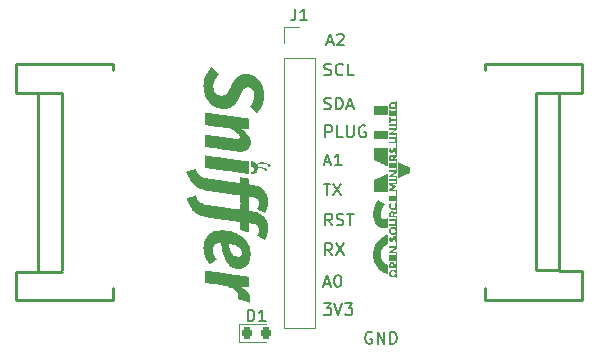
<source format=gto>
G04 #@! TF.GenerationSoftware,KiCad,Pcbnew,7.0.6-0*
G04 #@! TF.CreationDate,2023-11-15T10:51:59-05:00*
G04 #@! TF.ProjectId,AntSniffer,416e7453-6e69-4666-9665-722e6b696361,rev?*
G04 #@! TF.SameCoordinates,Original*
G04 #@! TF.FileFunction,Legend,Top*
G04 #@! TF.FilePolarity,Positive*
%FSLAX46Y46*%
G04 Gerber Fmt 4.6, Leading zero omitted, Abs format (unit mm)*
G04 Created by KiCad (PCBNEW 7.0.6-0) date 2023-11-15 10:51:59*
%MOMM*%
%LPD*%
G01*
G04 APERTURE LIST*
G04 Aperture macros list*
%AMRoundRect*
0 Rectangle with rounded corners*
0 $1 Rounding radius*
0 $2 $3 $4 $5 $6 $7 $8 $9 X,Y pos of 4 corners*
0 Add a 4 corners polygon primitive as box body*
4,1,4,$2,$3,$4,$5,$6,$7,$8,$9,$2,$3,0*
0 Add four circle primitives for the rounded corners*
1,1,$1+$1,$2,$3*
1,1,$1+$1,$4,$5*
1,1,$1+$1,$6,$7*
1,1,$1+$1,$8,$9*
0 Add four rect primitives between the rounded corners*
20,1,$1+$1,$2,$3,$4,$5,0*
20,1,$1+$1,$4,$5,$6,$7,0*
20,1,$1+$1,$6,$7,$8,$9,0*
20,1,$1+$1,$8,$9,$2,$3,0*%
G04 Aperture macros list end*
%ADD10C,0.150000*%
%ADD11C,0.120000*%
%ADD12C,0.254000*%
%ADD13R,1.700000X1.700000*%
%ADD14O,1.700000X1.700000*%
%ADD15C,1.524000*%
%ADD16RoundRect,0.218750X-0.218750X-0.256250X0.218750X-0.256250X0.218750X0.256250X-0.218750X0.256250X0*%
G04 APERTURE END LIST*
D10*
X170650141Y-68059419D02*
X171269188Y-68059419D01*
X171269188Y-68059419D02*
X170935855Y-68440371D01*
X170935855Y-68440371D02*
X171078712Y-68440371D01*
X171078712Y-68440371D02*
X171173950Y-68487990D01*
X171173950Y-68487990D02*
X171221569Y-68535609D01*
X171221569Y-68535609D02*
X171269188Y-68630847D01*
X171269188Y-68630847D02*
X171269188Y-68868942D01*
X171269188Y-68868942D02*
X171221569Y-68964180D01*
X171221569Y-68964180D02*
X171173950Y-69011800D01*
X171173950Y-69011800D02*
X171078712Y-69059419D01*
X171078712Y-69059419D02*
X170792998Y-69059419D01*
X170792998Y-69059419D02*
X170697760Y-69011800D01*
X170697760Y-69011800D02*
X170650141Y-68964180D01*
X171554903Y-68059419D02*
X171888236Y-69059419D01*
X171888236Y-69059419D02*
X172221569Y-68059419D01*
X172459665Y-68059419D02*
X173078712Y-68059419D01*
X173078712Y-68059419D02*
X172745379Y-68440371D01*
X172745379Y-68440371D02*
X172888236Y-68440371D01*
X172888236Y-68440371D02*
X172983474Y-68487990D01*
X172983474Y-68487990D02*
X173031093Y-68535609D01*
X173031093Y-68535609D02*
X173078712Y-68630847D01*
X173078712Y-68630847D02*
X173078712Y-68868942D01*
X173078712Y-68868942D02*
X173031093Y-68964180D01*
X173031093Y-68964180D02*
X172983474Y-69011800D01*
X172983474Y-69011800D02*
X172888236Y-69059419D01*
X172888236Y-69059419D02*
X172602522Y-69059419D01*
X172602522Y-69059419D02*
X172507284Y-69011800D01*
X172507284Y-69011800D02*
X172459665Y-68964180D01*
X170627922Y-57924819D02*
X171199350Y-57924819D01*
X170913636Y-58924819D02*
X170913636Y-57924819D01*
X171437446Y-57924819D02*
X172104112Y-58924819D01*
X172104112Y-57924819D02*
X171437446Y-58924819D01*
X170796179Y-53997219D02*
X170796179Y-52997219D01*
X170796179Y-52997219D02*
X171177131Y-52997219D01*
X171177131Y-52997219D02*
X171272369Y-53044838D01*
X171272369Y-53044838D02*
X171319988Y-53092457D01*
X171319988Y-53092457D02*
X171367607Y-53187695D01*
X171367607Y-53187695D02*
X171367607Y-53330552D01*
X171367607Y-53330552D02*
X171319988Y-53425790D01*
X171319988Y-53425790D02*
X171272369Y-53473409D01*
X171272369Y-53473409D02*
X171177131Y-53521028D01*
X171177131Y-53521028D02*
X170796179Y-53521028D01*
X172272369Y-53997219D02*
X171796179Y-53997219D01*
X171796179Y-53997219D02*
X171796179Y-52997219D01*
X172605703Y-52997219D02*
X172605703Y-53806742D01*
X172605703Y-53806742D02*
X172653322Y-53901980D01*
X172653322Y-53901980D02*
X172700941Y-53949600D01*
X172700941Y-53949600D02*
X172796179Y-53997219D01*
X172796179Y-53997219D02*
X172986655Y-53997219D01*
X172986655Y-53997219D02*
X173081893Y-53949600D01*
X173081893Y-53949600D02*
X173129512Y-53901980D01*
X173129512Y-53901980D02*
X173177131Y-53806742D01*
X173177131Y-53806742D02*
X173177131Y-52997219D01*
X174177131Y-53044838D02*
X174081893Y-52997219D01*
X174081893Y-52997219D02*
X173939036Y-52997219D01*
X173939036Y-52997219D02*
X173796179Y-53044838D01*
X173796179Y-53044838D02*
X173700941Y-53140076D01*
X173700941Y-53140076D02*
X173653322Y-53235314D01*
X173653322Y-53235314D02*
X173605703Y-53425790D01*
X173605703Y-53425790D02*
X173605703Y-53568647D01*
X173605703Y-53568647D02*
X173653322Y-53759123D01*
X173653322Y-53759123D02*
X173700941Y-53854361D01*
X173700941Y-53854361D02*
X173796179Y-53949600D01*
X173796179Y-53949600D02*
X173939036Y-53997219D01*
X173939036Y-53997219D02*
X174034274Y-53997219D01*
X174034274Y-53997219D02*
X174177131Y-53949600D01*
X174177131Y-53949600D02*
X174224750Y-53901980D01*
X174224750Y-53901980D02*
X174224750Y-53568647D01*
X174224750Y-53568647D02*
X174034274Y-53568647D01*
X171367607Y-61464819D02*
X171034274Y-60988628D01*
X170796179Y-61464819D02*
X170796179Y-60464819D01*
X170796179Y-60464819D02*
X171177131Y-60464819D01*
X171177131Y-60464819D02*
X171272369Y-60512438D01*
X171272369Y-60512438D02*
X171319988Y-60560057D01*
X171319988Y-60560057D02*
X171367607Y-60655295D01*
X171367607Y-60655295D02*
X171367607Y-60798152D01*
X171367607Y-60798152D02*
X171319988Y-60893390D01*
X171319988Y-60893390D02*
X171272369Y-60941009D01*
X171272369Y-60941009D02*
X171177131Y-60988628D01*
X171177131Y-60988628D02*
X170796179Y-60988628D01*
X171748560Y-61417200D02*
X171891417Y-61464819D01*
X171891417Y-61464819D02*
X172129512Y-61464819D01*
X172129512Y-61464819D02*
X172224750Y-61417200D01*
X172224750Y-61417200D02*
X172272369Y-61369580D01*
X172272369Y-61369580D02*
X172319988Y-61274342D01*
X172319988Y-61274342D02*
X172319988Y-61179104D01*
X172319988Y-61179104D02*
X172272369Y-61083866D01*
X172272369Y-61083866D02*
X172224750Y-61036247D01*
X172224750Y-61036247D02*
X172129512Y-60988628D01*
X172129512Y-60988628D02*
X171939036Y-60941009D01*
X171939036Y-60941009D02*
X171843798Y-60893390D01*
X171843798Y-60893390D02*
X171796179Y-60845771D01*
X171796179Y-60845771D02*
X171748560Y-60750533D01*
X171748560Y-60750533D02*
X171748560Y-60655295D01*
X171748560Y-60655295D02*
X171796179Y-60560057D01*
X171796179Y-60560057D02*
X171843798Y-60512438D01*
X171843798Y-60512438D02*
X171939036Y-60464819D01*
X171939036Y-60464819D02*
X172177131Y-60464819D01*
X172177131Y-60464819D02*
X172319988Y-60512438D01*
X172605703Y-60464819D02*
X173177131Y-60464819D01*
X172891417Y-61464819D02*
X172891417Y-60464819D01*
X170926360Y-45939104D02*
X171402550Y-45939104D01*
X170831122Y-46224819D02*
X171164455Y-45224819D01*
X171164455Y-45224819D02*
X171497788Y-46224819D01*
X171783503Y-45320057D02*
X171831122Y-45272438D01*
X171831122Y-45272438D02*
X171926360Y-45224819D01*
X171926360Y-45224819D02*
X172164455Y-45224819D01*
X172164455Y-45224819D02*
X172259693Y-45272438D01*
X172259693Y-45272438D02*
X172307312Y-45320057D01*
X172307312Y-45320057D02*
X172354931Y-45415295D01*
X172354931Y-45415295D02*
X172354931Y-45510533D01*
X172354931Y-45510533D02*
X172307312Y-45653390D01*
X172307312Y-45653390D02*
X171735884Y-46224819D01*
X171735884Y-46224819D02*
X172354931Y-46224819D01*
X170697760Y-66386104D02*
X171173950Y-66386104D01*
X170602522Y-66671819D02*
X170935855Y-65671819D01*
X170935855Y-65671819D02*
X171269188Y-66671819D01*
X171792998Y-65671819D02*
X171888236Y-65671819D01*
X171888236Y-65671819D02*
X171983474Y-65719438D01*
X171983474Y-65719438D02*
X172031093Y-65767057D01*
X172031093Y-65767057D02*
X172078712Y-65862295D01*
X172078712Y-65862295D02*
X172126331Y-66052771D01*
X172126331Y-66052771D02*
X172126331Y-66290866D01*
X172126331Y-66290866D02*
X172078712Y-66481342D01*
X172078712Y-66481342D02*
X172031093Y-66576580D01*
X172031093Y-66576580D02*
X171983474Y-66624200D01*
X171983474Y-66624200D02*
X171888236Y-66671819D01*
X171888236Y-66671819D02*
X171792998Y-66671819D01*
X171792998Y-66671819D02*
X171697760Y-66624200D01*
X171697760Y-66624200D02*
X171650141Y-66576580D01*
X171650141Y-66576580D02*
X171602522Y-66481342D01*
X171602522Y-66481342D02*
X171554903Y-66290866D01*
X171554903Y-66290866D02*
X171554903Y-66052771D01*
X171554903Y-66052771D02*
X171602522Y-65862295D01*
X171602522Y-65862295D02*
X171650141Y-65767057D01*
X171650141Y-65767057D02*
X171697760Y-65719438D01*
X171697760Y-65719438D02*
X171792998Y-65671819D01*
X170672360Y-51587400D02*
X170815217Y-51635019D01*
X170815217Y-51635019D02*
X171053312Y-51635019D01*
X171053312Y-51635019D02*
X171148550Y-51587400D01*
X171148550Y-51587400D02*
X171196169Y-51539780D01*
X171196169Y-51539780D02*
X171243788Y-51444542D01*
X171243788Y-51444542D02*
X171243788Y-51349304D01*
X171243788Y-51349304D02*
X171196169Y-51254066D01*
X171196169Y-51254066D02*
X171148550Y-51206447D01*
X171148550Y-51206447D02*
X171053312Y-51158828D01*
X171053312Y-51158828D02*
X170862836Y-51111209D01*
X170862836Y-51111209D02*
X170767598Y-51063590D01*
X170767598Y-51063590D02*
X170719979Y-51015971D01*
X170719979Y-51015971D02*
X170672360Y-50920733D01*
X170672360Y-50920733D02*
X170672360Y-50825495D01*
X170672360Y-50825495D02*
X170719979Y-50730257D01*
X170719979Y-50730257D02*
X170767598Y-50682638D01*
X170767598Y-50682638D02*
X170862836Y-50635019D01*
X170862836Y-50635019D02*
X171100931Y-50635019D01*
X171100931Y-50635019D02*
X171243788Y-50682638D01*
X171672360Y-51635019D02*
X171672360Y-50635019D01*
X171672360Y-50635019D02*
X171910455Y-50635019D01*
X171910455Y-50635019D02*
X172053312Y-50682638D01*
X172053312Y-50682638D02*
X172148550Y-50777876D01*
X172148550Y-50777876D02*
X172196169Y-50873114D01*
X172196169Y-50873114D02*
X172243788Y-51063590D01*
X172243788Y-51063590D02*
X172243788Y-51206447D01*
X172243788Y-51206447D02*
X172196169Y-51396923D01*
X172196169Y-51396923D02*
X172148550Y-51492161D01*
X172148550Y-51492161D02*
X172053312Y-51587400D01*
X172053312Y-51587400D02*
X171910455Y-51635019D01*
X171910455Y-51635019D02*
X171672360Y-51635019D01*
X172624741Y-51349304D02*
X173100931Y-51349304D01*
X172529503Y-51635019D02*
X172862836Y-50635019D01*
X172862836Y-50635019D02*
X173196169Y-51635019D01*
X174723588Y-70520038D02*
X174628350Y-70472419D01*
X174628350Y-70472419D02*
X174485493Y-70472419D01*
X174485493Y-70472419D02*
X174342636Y-70520038D01*
X174342636Y-70520038D02*
X174247398Y-70615276D01*
X174247398Y-70615276D02*
X174199779Y-70710514D01*
X174199779Y-70710514D02*
X174152160Y-70900990D01*
X174152160Y-70900990D02*
X174152160Y-71043847D01*
X174152160Y-71043847D02*
X174199779Y-71234323D01*
X174199779Y-71234323D02*
X174247398Y-71329561D01*
X174247398Y-71329561D02*
X174342636Y-71424800D01*
X174342636Y-71424800D02*
X174485493Y-71472419D01*
X174485493Y-71472419D02*
X174580731Y-71472419D01*
X174580731Y-71472419D02*
X174723588Y-71424800D01*
X174723588Y-71424800D02*
X174771207Y-71377180D01*
X174771207Y-71377180D02*
X174771207Y-71043847D01*
X174771207Y-71043847D02*
X174580731Y-71043847D01*
X175199779Y-71472419D02*
X175199779Y-70472419D01*
X175199779Y-70472419D02*
X175771207Y-71472419D01*
X175771207Y-71472419D02*
X175771207Y-70472419D01*
X176247398Y-71472419D02*
X176247398Y-70472419D01*
X176247398Y-70472419D02*
X176485493Y-70472419D01*
X176485493Y-70472419D02*
X176628350Y-70520038D01*
X176628350Y-70520038D02*
X176723588Y-70615276D01*
X176723588Y-70615276D02*
X176771207Y-70710514D01*
X176771207Y-70710514D02*
X176818826Y-70900990D01*
X176818826Y-70900990D02*
X176818826Y-71043847D01*
X176818826Y-71043847D02*
X176771207Y-71234323D01*
X176771207Y-71234323D02*
X176723588Y-71329561D01*
X176723588Y-71329561D02*
X176628350Y-71424800D01*
X176628350Y-71424800D02*
X176485493Y-71472419D01*
X176485493Y-71472419D02*
X176247398Y-71472419D01*
X170723160Y-56099104D02*
X171199350Y-56099104D01*
X170627922Y-56384819D02*
X170961255Y-55384819D01*
X170961255Y-55384819D02*
X171294588Y-56384819D01*
X172151731Y-56384819D02*
X171580303Y-56384819D01*
X171866017Y-56384819D02*
X171866017Y-55384819D01*
X171866017Y-55384819D02*
X171770779Y-55527676D01*
X171770779Y-55527676D02*
X171675541Y-55622914D01*
X171675541Y-55622914D02*
X171580303Y-55670533D01*
X170697760Y-48717200D02*
X170840617Y-48764819D01*
X170840617Y-48764819D02*
X171078712Y-48764819D01*
X171078712Y-48764819D02*
X171173950Y-48717200D01*
X171173950Y-48717200D02*
X171221569Y-48669580D01*
X171221569Y-48669580D02*
X171269188Y-48574342D01*
X171269188Y-48574342D02*
X171269188Y-48479104D01*
X171269188Y-48479104D02*
X171221569Y-48383866D01*
X171221569Y-48383866D02*
X171173950Y-48336247D01*
X171173950Y-48336247D02*
X171078712Y-48288628D01*
X171078712Y-48288628D02*
X170888236Y-48241009D01*
X170888236Y-48241009D02*
X170792998Y-48193390D01*
X170792998Y-48193390D02*
X170745379Y-48145771D01*
X170745379Y-48145771D02*
X170697760Y-48050533D01*
X170697760Y-48050533D02*
X170697760Y-47955295D01*
X170697760Y-47955295D02*
X170745379Y-47860057D01*
X170745379Y-47860057D02*
X170792998Y-47812438D01*
X170792998Y-47812438D02*
X170888236Y-47764819D01*
X170888236Y-47764819D02*
X171126331Y-47764819D01*
X171126331Y-47764819D02*
X171269188Y-47812438D01*
X172269188Y-48669580D02*
X172221569Y-48717200D01*
X172221569Y-48717200D02*
X172078712Y-48764819D01*
X172078712Y-48764819D02*
X171983474Y-48764819D01*
X171983474Y-48764819D02*
X171840617Y-48717200D01*
X171840617Y-48717200D02*
X171745379Y-48621961D01*
X171745379Y-48621961D02*
X171697760Y-48526723D01*
X171697760Y-48526723D02*
X171650141Y-48336247D01*
X171650141Y-48336247D02*
X171650141Y-48193390D01*
X171650141Y-48193390D02*
X171697760Y-48002914D01*
X171697760Y-48002914D02*
X171745379Y-47907676D01*
X171745379Y-47907676D02*
X171840617Y-47812438D01*
X171840617Y-47812438D02*
X171983474Y-47764819D01*
X171983474Y-47764819D02*
X172078712Y-47764819D01*
X172078712Y-47764819D02*
X172221569Y-47812438D01*
X172221569Y-47812438D02*
X172269188Y-47860057D01*
X173173950Y-48764819D02*
X172697760Y-48764819D01*
X172697760Y-48764819D02*
X172697760Y-47764819D01*
X171367607Y-63979419D02*
X171034274Y-63503228D01*
X170796179Y-63979419D02*
X170796179Y-62979419D01*
X170796179Y-62979419D02*
X171177131Y-62979419D01*
X171177131Y-62979419D02*
X171272369Y-63027038D01*
X171272369Y-63027038D02*
X171319988Y-63074657D01*
X171319988Y-63074657D02*
X171367607Y-63169895D01*
X171367607Y-63169895D02*
X171367607Y-63312752D01*
X171367607Y-63312752D02*
X171319988Y-63407990D01*
X171319988Y-63407990D02*
X171272369Y-63455609D01*
X171272369Y-63455609D02*
X171177131Y-63503228D01*
X171177131Y-63503228D02*
X170796179Y-63503228D01*
X171700941Y-62979419D02*
X172367607Y-63979419D01*
X172367607Y-62979419D02*
X171700941Y-63979419D01*
X168246466Y-43103819D02*
X168246466Y-43818104D01*
X168246466Y-43818104D02*
X168198847Y-43960961D01*
X168198847Y-43960961D02*
X168103609Y-44056200D01*
X168103609Y-44056200D02*
X167960752Y-44103819D01*
X167960752Y-44103819D02*
X167865514Y-44103819D01*
X169246466Y-44103819D02*
X168675038Y-44103819D01*
X168960752Y-44103819D02*
X168960752Y-43103819D01*
X168960752Y-43103819D02*
X168865514Y-43246676D01*
X168865514Y-43246676D02*
X168770276Y-43341914D01*
X168770276Y-43341914D02*
X168675038Y-43389533D01*
X164209505Y-69586019D02*
X164209505Y-68586019D01*
X164209505Y-68586019D02*
X164447600Y-68586019D01*
X164447600Y-68586019D02*
X164590457Y-68633638D01*
X164590457Y-68633638D02*
X164685695Y-68728876D01*
X164685695Y-68728876D02*
X164733314Y-68824114D01*
X164733314Y-68824114D02*
X164780933Y-69014590D01*
X164780933Y-69014590D02*
X164780933Y-69157447D01*
X164780933Y-69157447D02*
X164733314Y-69347923D01*
X164733314Y-69347923D02*
X164685695Y-69443161D01*
X164685695Y-69443161D02*
X164590457Y-69538400D01*
X164590457Y-69538400D02*
X164447600Y-69586019D01*
X164447600Y-69586019D02*
X164209505Y-69586019D01*
X165733314Y-69586019D02*
X165161886Y-69586019D01*
X165447600Y-69586019D02*
X165447600Y-68586019D01*
X165447600Y-68586019D02*
X165352362Y-68728876D01*
X165352362Y-68728876D02*
X165257124Y-68824114D01*
X165257124Y-68824114D02*
X165161886Y-68871733D01*
D11*
X167249800Y-44649000D02*
X168579800Y-44649000D01*
X167249800Y-45979000D02*
X167249800Y-44649000D01*
X167249800Y-47249000D02*
X167249800Y-70169000D01*
X167249800Y-47249000D02*
X169909800Y-47249000D01*
X167249800Y-70169000D02*
X169909800Y-70169000D01*
X169909800Y-47249000D02*
X169909800Y-70169000D01*
G36*
X176087774Y-53793464D02*
G01*
X176089720Y-54159161D01*
X175496961Y-54159161D01*
X174904202Y-54159161D01*
X174906148Y-53793464D01*
X174908095Y-53427767D01*
X175496961Y-53427767D01*
X176085827Y-53427767D01*
X176087774Y-53793464D01*
G37*
G36*
X176087775Y-51712012D02*
G01*
X176088163Y-51798545D01*
X176088306Y-51871134D01*
X176088181Y-51930835D01*
X176087767Y-51978706D01*
X176087041Y-52015804D01*
X176085983Y-52043186D01*
X176084570Y-52061908D01*
X176082781Y-52073027D01*
X176080594Y-52077601D01*
X176080273Y-52077773D01*
X176071439Y-52078319D01*
X176048768Y-52078792D01*
X176013425Y-52079187D01*
X175966576Y-52079501D01*
X175909388Y-52079731D01*
X175843024Y-52079874D01*
X175768652Y-52079925D01*
X175687436Y-52079883D01*
X175600543Y-52079744D01*
X175509138Y-52079504D01*
X175489460Y-52079440D01*
X174908095Y-52077501D01*
X174908095Y-51713680D01*
X174908095Y-51349858D01*
X175496961Y-51349858D01*
X176085827Y-51349858D01*
X176087775Y-51712012D01*
G37*
G36*
X176089578Y-55693213D02*
G01*
X176089524Y-55799228D01*
X176089368Y-55900914D01*
X176089116Y-55997279D01*
X176088777Y-56087332D01*
X176088357Y-56170080D01*
X176087863Y-56244534D01*
X176087303Y-56309700D01*
X176086684Y-56364587D01*
X176086014Y-56408203D01*
X176085299Y-56439557D01*
X176084547Y-56457657D01*
X176083952Y-56461939D01*
X176076474Y-56458783D01*
X176056423Y-56449677D01*
X176024788Y-56435085D01*
X175982560Y-56415470D01*
X175930729Y-56391294D01*
X175870284Y-56363020D01*
X175802217Y-56331112D01*
X175727516Y-56296032D01*
X175647172Y-56258244D01*
X175562175Y-56218210D01*
X175493210Y-56185687D01*
X174908095Y-55909611D01*
X174906166Y-55416962D01*
X174904237Y-54924312D01*
X175496907Y-54924312D01*
X176089578Y-54924312D01*
X176089578Y-55693213D01*
G37*
G36*
X176954414Y-56067782D02*
G01*
X176974832Y-56077167D01*
X177006512Y-56092164D01*
X177048365Y-56112244D01*
X177099302Y-56136879D01*
X177158234Y-56165542D01*
X177224070Y-56197704D01*
X177295724Y-56232837D01*
X177372104Y-56270413D01*
X177437561Y-56302708D01*
X177919674Y-56540880D01*
X177919806Y-56760776D01*
X177919938Y-56980671D01*
X177464223Y-57206035D01*
X177366063Y-57254557D01*
X177280522Y-57296788D01*
X177206787Y-57333124D01*
X177144046Y-57363957D01*
X177091485Y-57389683D01*
X177048291Y-57410694D01*
X177013651Y-57427384D01*
X176986753Y-57440148D01*
X176966784Y-57449378D01*
X176952931Y-57455470D01*
X176944380Y-57458816D01*
X176940373Y-57459811D01*
X176939921Y-57452483D01*
X176939488Y-57431193D01*
X176939080Y-57396984D01*
X176938700Y-57350896D01*
X176938354Y-57293970D01*
X176938046Y-57227249D01*
X176937782Y-57151773D01*
X176937565Y-57068584D01*
X176937400Y-56978723D01*
X176937292Y-56883233D01*
X176937246Y-56783153D01*
X176937245Y-56762173D01*
X176937286Y-56638732D01*
X176937415Y-56529574D01*
X176937642Y-56433978D01*
X176937977Y-56351224D01*
X176938428Y-56280593D01*
X176939005Y-56221363D01*
X176939717Y-56172815D01*
X176940574Y-56134228D01*
X176941585Y-56104883D01*
X176942760Y-56084059D01*
X176944107Y-56071036D01*
X176945637Y-56065094D01*
X176946346Y-56064536D01*
X176954414Y-56067782D01*
G37*
G36*
X176085708Y-57062067D02*
G01*
X176086301Y-57083415D01*
X176086864Y-57117781D01*
X176087390Y-57164175D01*
X176087873Y-57221605D01*
X176088307Y-57289078D01*
X176088688Y-57365604D01*
X176089009Y-57450189D01*
X176089263Y-57541843D01*
X176089447Y-57639573D01*
X176089553Y-57742388D01*
X176089578Y-57823868D01*
X176089543Y-57953011D01*
X176089434Y-58067875D01*
X176089242Y-58169184D01*
X176088958Y-58257662D01*
X176088572Y-58334032D01*
X176088077Y-58399018D01*
X176087464Y-58453345D01*
X176086723Y-58497735D01*
X176085846Y-58532913D01*
X176084825Y-58559603D01*
X176083649Y-58578528D01*
X176082312Y-58590413D01*
X176080803Y-58595980D01*
X176080201Y-58596584D01*
X176071378Y-58597126D01*
X176048719Y-58597594D01*
X176013387Y-58597985D01*
X175966549Y-58598296D01*
X175909370Y-58598523D01*
X175843015Y-58598663D01*
X175768651Y-58598712D01*
X175687441Y-58598668D01*
X175600553Y-58598528D01*
X175509151Y-58598287D01*
X175489460Y-58598223D01*
X174908095Y-58596285D01*
X174906166Y-58104025D01*
X174905822Y-58001820D01*
X174905656Y-57913704D01*
X174905682Y-57838764D01*
X174905915Y-57776087D01*
X174906368Y-57724760D01*
X174907053Y-57683870D01*
X174907987Y-57652504D01*
X174909181Y-57629749D01*
X174910649Y-57614692D01*
X174912407Y-57606419D01*
X174913668Y-57604281D01*
X174921618Y-57600121D01*
X174941894Y-57590219D01*
X174973293Y-57575139D01*
X175014611Y-57555445D01*
X175064646Y-57531702D01*
X175122193Y-57504475D01*
X175186049Y-57474327D01*
X175255012Y-57441825D01*
X175327878Y-57407531D01*
X175403443Y-57372010D01*
X175480504Y-57335828D01*
X175557859Y-57299548D01*
X175634303Y-57263736D01*
X175708634Y-57228954D01*
X175779648Y-57195769D01*
X175846141Y-57164744D01*
X175906911Y-57136445D01*
X175960755Y-57111435D01*
X176006468Y-57090278D01*
X176042848Y-57073541D01*
X176068692Y-57061786D01*
X176082795Y-57055579D01*
X176085089Y-57054731D01*
X176085708Y-57062067D01*
G37*
G36*
X176089578Y-62627209D02*
G01*
X176089578Y-63017358D01*
X176033566Y-63044299D01*
X175941239Y-63095835D01*
X175851590Y-63159556D01*
X175767183Y-63233051D01*
X175690581Y-63313906D01*
X175624348Y-63399712D01*
X175580411Y-63470554D01*
X175535709Y-63566637D01*
X175503269Y-63669431D01*
X175483117Y-63776966D01*
X175475278Y-63887273D01*
X175479778Y-63998381D01*
X175496642Y-64108322D01*
X175525896Y-64215124D01*
X175567566Y-64316819D01*
X175569403Y-64320574D01*
X175617826Y-64404400D01*
X175678974Y-64486642D01*
X175750581Y-64565111D01*
X175830381Y-64637614D01*
X175916107Y-64701959D01*
X176005493Y-64755956D01*
X176035192Y-64771027D01*
X176089578Y-64797302D01*
X176089578Y-65186412D01*
X176089471Y-65261376D01*
X176089164Y-65331723D01*
X176088677Y-65396044D01*
X176088031Y-65452926D01*
X176087246Y-65500959D01*
X176086343Y-65538730D01*
X176085343Y-65564829D01*
X176084266Y-65577844D01*
X176083863Y-65579055D01*
X176073156Y-65578826D01*
X176051024Y-65573504D01*
X176019817Y-65563948D01*
X175981882Y-65551018D01*
X175939568Y-65535572D01*
X175895221Y-65518470D01*
X175851191Y-65500571D01*
X175809825Y-65482733D01*
X175773471Y-65465818D01*
X175770765Y-65464488D01*
X175669156Y-65410587D01*
X175577278Y-65353404D01*
X175490984Y-65289981D01*
X175406124Y-65217359D01*
X175351446Y-65165468D01*
X175239950Y-65046654D01*
X175142484Y-64922804D01*
X175058794Y-64793471D01*
X174988625Y-64658203D01*
X174931724Y-64516552D01*
X174887835Y-64368066D01*
X174879084Y-64330803D01*
X174853883Y-64189591D01*
X174839269Y-64041307D01*
X174835262Y-63889524D01*
X174841878Y-63737817D01*
X174859136Y-63589760D01*
X174875002Y-63502250D01*
X174912388Y-63358849D01*
X174963844Y-63218414D01*
X175028540Y-63082154D01*
X175105645Y-62951278D01*
X175194330Y-62826995D01*
X175293765Y-62710514D01*
X175403119Y-62603043D01*
X175521564Y-62505792D01*
X175594480Y-62454292D01*
X175654487Y-62417027D01*
X175721990Y-62379735D01*
X175793777Y-62343861D01*
X175866635Y-62310853D01*
X175937352Y-62282158D01*
X176002716Y-62259223D01*
X176059512Y-62243497D01*
X176065198Y-62242248D01*
X176089578Y-62237059D01*
X176089578Y-62627209D01*
G37*
G36*
X175535427Y-59467299D02*
G01*
X175802689Y-59652651D01*
X175759627Y-59713334D01*
X175690640Y-59819196D01*
X175629400Y-59930656D01*
X175577991Y-60043620D01*
X175543243Y-60138804D01*
X175521084Y-60213641D01*
X175504970Y-60282659D01*
X175493966Y-60351362D01*
X175487139Y-60425256D01*
X175484219Y-60486785D01*
X175482812Y-60535730D01*
X175482417Y-60573076D01*
X175483240Y-60602204D01*
X175485490Y-60626495D01*
X175489373Y-60649332D01*
X175495097Y-60674095D01*
X175495891Y-60677252D01*
X175519863Y-60747168D01*
X175553441Y-60806667D01*
X175595944Y-60855073D01*
X175646689Y-60891711D01*
X175704992Y-60915905D01*
X175745809Y-60924526D01*
X175812017Y-60927479D01*
X175872114Y-60916886D01*
X175926268Y-60892646D01*
X175974645Y-60854661D01*
X176017413Y-60802829D01*
X176053099Y-60740466D01*
X176066594Y-60713231D01*
X176077709Y-60691999D01*
X176084847Y-60679761D01*
X176086470Y-60677944D01*
X176087003Y-60685239D01*
X176087508Y-60706295D01*
X176087976Y-60739870D01*
X176088400Y-60784723D01*
X176088770Y-60839612D01*
X176089081Y-60903296D01*
X176089323Y-60974532D01*
X176089489Y-61052079D01*
X176089570Y-61134696D01*
X176089578Y-61168669D01*
X176089578Y-61659395D01*
X176053057Y-61667227D01*
X176031693Y-61670832D01*
X175999509Y-61675066D01*
X175960644Y-61679434D01*
X175919237Y-61683438D01*
X175913680Y-61683924D01*
X175798121Y-61688190D01*
X175684512Y-61681299D01*
X175575444Y-61663619D01*
X175473507Y-61635518D01*
X175414534Y-61612813D01*
X175322164Y-61564717D01*
X175235994Y-61503599D01*
X175156588Y-61430342D01*
X175084509Y-61345828D01*
X175020322Y-61250939D01*
X174964589Y-61146558D01*
X174917875Y-61033566D01*
X174880743Y-60912846D01*
X174853758Y-60785281D01*
X174844413Y-60720567D01*
X174840992Y-60681934D01*
X174838541Y-60632057D01*
X174837060Y-60574666D01*
X174836551Y-60513489D01*
X174837015Y-60452254D01*
X174838453Y-60394691D01*
X174840866Y-60344528D01*
X174844255Y-60305493D01*
X174844284Y-60305257D01*
X174870680Y-60138707D01*
X174908736Y-59977358D01*
X174957975Y-59822523D01*
X175017920Y-59675513D01*
X175088095Y-59537641D01*
X175168024Y-59410219D01*
X175170656Y-59406444D01*
X175192975Y-59375245D01*
X175215134Y-59345460D01*
X175234008Y-59321234D01*
X175243029Y-59310439D01*
X175268166Y-59281948D01*
X175535427Y-59467299D01*
G37*
G36*
X176847227Y-52143830D02*
G01*
X176847227Y-53354134D01*
X176645599Y-53507223D01*
X176443971Y-53660313D01*
X176645599Y-53662309D01*
X176847227Y-53664305D01*
X176847151Y-54645002D01*
X176847075Y-55625700D01*
X176744006Y-55697192D01*
X176640936Y-55768683D01*
X176638718Y-55819091D01*
X176636500Y-55869498D01*
X176741863Y-55869498D01*
X176847227Y-55869498D01*
X176847227Y-56396746D01*
X176847227Y-56923995D01*
X176645056Y-57077505D01*
X176442884Y-57231016D01*
X176645056Y-57233012D01*
X176847227Y-57235008D01*
X176847227Y-57609838D01*
X176847227Y-57984669D01*
X176646562Y-57986667D01*
X176445898Y-57988665D01*
X176618432Y-58074932D01*
X176790966Y-58161199D01*
X176793222Y-58204537D01*
X176795477Y-58247875D01*
X176620688Y-58333316D01*
X176445898Y-58418756D01*
X176646562Y-58419378D01*
X176847227Y-58420000D01*
X176847227Y-59402402D01*
X176847227Y-60384804D01*
X176742206Y-60457710D01*
X176637186Y-60530616D01*
X176637186Y-60577813D01*
X176637186Y-60625011D01*
X176740331Y-60627098D01*
X176843476Y-60629185D01*
X176845372Y-62002374D01*
X176847267Y-63375563D01*
X176645408Y-63528925D01*
X176443548Y-63682286D01*
X176645388Y-63684282D01*
X176847227Y-63686278D01*
X176847227Y-64796376D01*
X176847227Y-65906474D01*
X176824722Y-65906474D01*
X176802218Y-65906474D01*
X176802218Y-65807829D01*
X176802218Y-65709184D01*
X176780830Y-65738709D01*
X176738383Y-65784998D01*
X176686582Y-65821456D01*
X176627878Y-65847513D01*
X176564722Y-65862602D01*
X176517162Y-65865192D01*
X176499565Y-65866150D01*
X176434855Y-65857590D01*
X176373045Y-65836352D01*
X176369010Y-65834434D01*
X176312157Y-65799091D01*
X176265178Y-65754132D01*
X176228388Y-65701501D01*
X176202098Y-65643144D01*
X176186622Y-65581003D01*
X176182740Y-65523898D01*
X176311622Y-65523898D01*
X176316117Y-65572352D01*
X176331492Y-65612937D01*
X176359352Y-65649580D01*
X176365570Y-65655820D01*
X176405741Y-65687449D01*
X176449511Y-65706450D01*
X176500361Y-65714169D01*
X176517162Y-65714489D01*
X176563127Y-65711474D01*
X176600049Y-65701756D01*
X176633104Y-65683428D01*
X176659347Y-65662093D01*
X176695194Y-65620944D01*
X176716727Y-65575699D01*
X176723761Y-65527269D01*
X176716114Y-65476567D01*
X176703398Y-65443277D01*
X176676672Y-65403097D01*
X176640208Y-65371927D01*
X176596590Y-65350216D01*
X176548400Y-65338411D01*
X176498221Y-65336962D01*
X176448635Y-65346316D01*
X176402225Y-65366921D01*
X176375250Y-65386334D01*
X176341240Y-65422587D01*
X176320654Y-65462876D01*
X176312065Y-65510289D01*
X176311622Y-65523898D01*
X176182740Y-65523898D01*
X176182273Y-65517026D01*
X176189363Y-65453155D01*
X176208207Y-65391337D01*
X176239117Y-65333515D01*
X176280350Y-65283654D01*
X176332425Y-65240112D01*
X176387991Y-65210019D01*
X176449010Y-65192670D01*
X176517446Y-65187360D01*
X176546012Y-65188366D01*
X176613236Y-65199370D01*
X176674124Y-65223811D01*
X176729356Y-65262017D01*
X176760170Y-65291799D01*
X176802218Y-65337216D01*
X176802218Y-65201762D01*
X176802218Y-65066308D01*
X176497594Y-65066308D01*
X176322124Y-65066308D01*
X176192971Y-65066308D01*
X176196099Y-64916279D01*
X176322124Y-64916279D01*
X176430895Y-64916279D01*
X176539666Y-64916279D01*
X176539090Y-64854391D01*
X176537717Y-64820976D01*
X176534618Y-64789450D01*
X176530419Y-64765889D01*
X176529696Y-64763295D01*
X176516277Y-64734388D01*
X176495338Y-64715449D01*
X176464790Y-64705238D01*
X176427198Y-64702487D01*
X176397894Y-64703299D01*
X176378783Y-64706528D01*
X176365106Y-64713364D01*
X176357220Y-64719982D01*
X176339473Y-64745749D01*
X176327971Y-64784093D01*
X176322590Y-64835513D01*
X176322124Y-64859589D01*
X176322124Y-64916279D01*
X176196099Y-64916279D01*
X176196451Y-64899400D01*
X176197871Y-64841279D01*
X176199531Y-64795952D01*
X176201616Y-64761208D01*
X176204309Y-64734840D01*
X176207794Y-64714636D01*
X176212253Y-64698388D01*
X176213433Y-64694985D01*
X176235609Y-64645873D01*
X176263180Y-64608878D01*
X176298201Y-64581491D01*
X176312718Y-64573652D01*
X176334679Y-64563644D01*
X176354196Y-64557373D01*
X176376007Y-64553989D01*
X176404850Y-64552643D01*
X176430895Y-64552457D01*
X176467152Y-64552896D01*
X176493177Y-64554787D01*
X176513730Y-64558994D01*
X176533569Y-64566379D01*
X176549790Y-64574003D01*
X176585613Y-64596633D01*
X176613922Y-64626440D01*
X176635404Y-64664943D01*
X176650748Y-64713659D01*
X176660641Y-64774107D01*
X176664901Y-64828136D01*
X176669482Y-64916279D01*
X176735850Y-64916279D01*
X176802218Y-64916279D01*
X176802218Y-64676231D01*
X176802218Y-64436184D01*
X176498301Y-64436184D01*
X176194385Y-64436184D01*
X176196367Y-64201763D01*
X176198349Y-63967342D01*
X176262112Y-63967342D01*
X176325874Y-63967342D01*
X176327896Y-64130499D01*
X176329918Y-64293656D01*
X176393534Y-64293656D01*
X176457150Y-64293656D01*
X176457150Y-64147377D01*
X176457150Y-64001098D01*
X176520913Y-64001098D01*
X176584675Y-64001098D01*
X176584675Y-64147377D01*
X176584675Y-64293656D01*
X176648294Y-64293656D01*
X176711913Y-64293656D01*
X176713932Y-64126748D01*
X176715951Y-63959840D01*
X176759085Y-63957591D01*
X176802218Y-63955341D01*
X176802218Y-63891953D01*
X176802218Y-63828565D01*
X176498408Y-63828565D01*
X176194598Y-63828565D01*
X176194598Y-63761490D01*
X176194598Y-63694415D01*
X176399653Y-63538321D01*
X176604708Y-63382227D01*
X176399653Y-63380233D01*
X176194598Y-63378239D01*
X176194598Y-63303342D01*
X176194598Y-63228446D01*
X176498408Y-63228446D01*
X176802218Y-63228446D01*
X176802218Y-63009682D01*
X176802218Y-62790918D01*
X176771720Y-62833509D01*
X176741222Y-62876099D01*
X176696705Y-62841125D01*
X176668681Y-62818975D01*
X176651254Y-62803091D01*
X176643541Y-62790081D01*
X176644657Y-62776554D01*
X176653718Y-62759120D01*
X176669140Y-62735453D01*
X176686333Y-62707724D01*
X176701016Y-62681264D01*
X176710364Y-62661212D01*
X176711126Y-62659090D01*
X176717857Y-62626993D01*
X176719191Y-62591288D01*
X176715264Y-62558347D01*
X176708580Y-62538563D01*
X176690907Y-62518624D01*
X176667132Y-62510438D01*
X176641569Y-62514955D01*
X176630660Y-62521364D01*
X176621584Y-62529565D01*
X176613278Y-62541109D01*
X176604843Y-62558138D01*
X176595382Y-62582798D01*
X176583995Y-62617234D01*
X176569784Y-62663590D01*
X176566577Y-62674303D01*
X176545433Y-62732909D01*
X176520508Y-62777899D01*
X176490623Y-62810432D01*
X176454598Y-62831666D01*
X176411255Y-62842762D01*
X176393421Y-62844512D01*
X176344285Y-62843998D01*
X176304359Y-62834597D01*
X176269916Y-62815027D01*
X176246337Y-62793832D01*
X176215924Y-62754755D01*
X176195572Y-62709504D01*
X176183986Y-62654958D01*
X176182315Y-62639580D01*
X176182509Y-62592693D01*
X176190075Y-62540655D01*
X176203727Y-62488088D01*
X176222174Y-62439612D01*
X176244130Y-62399847D01*
X176252131Y-62389175D01*
X176266840Y-62371315D01*
X176319666Y-62406441D01*
X176372491Y-62441567D01*
X176347284Y-62489038D01*
X176326979Y-62534911D01*
X176315247Y-62578405D01*
X176311868Y-62617676D01*
X176316624Y-62650877D01*
X176329298Y-62676163D01*
X176349672Y-62691689D01*
X176371721Y-62695842D01*
X176388065Y-62693257D01*
X176401981Y-62684276D01*
X176414643Y-62667055D01*
X176427223Y-62639753D01*
X176440896Y-62600528D01*
X176448840Y-62574766D01*
X176468066Y-62515439D01*
X176486552Y-62469131D01*
X176505263Y-62433956D01*
X176525164Y-62408027D01*
X176541709Y-62393322D01*
X176585028Y-62370009D01*
X176633016Y-62359158D01*
X176682275Y-62360657D01*
X176729408Y-62374393D01*
X176771018Y-62400255D01*
X176771773Y-62400898D01*
X176802218Y-62426957D01*
X176802218Y-62271467D01*
X176802218Y-62115977D01*
X176780674Y-62145717D01*
X176738619Y-62191468D01*
X176687080Y-62227615D01*
X176628564Y-62253577D01*
X176565574Y-62268773D01*
X176517162Y-62271642D01*
X176500615Y-62272622D01*
X176436190Y-62264544D01*
X176374803Y-62243956D01*
X176369010Y-62241226D01*
X176312448Y-62206004D01*
X176265627Y-62161072D01*
X176228873Y-62108405D01*
X176202514Y-62049977D01*
X176186878Y-61987760D01*
X176182293Y-61923729D01*
X176182969Y-61917376D01*
X176309681Y-61917376D01*
X176312395Y-61963844D01*
X176328305Y-62009174D01*
X176356553Y-62049878D01*
X176394707Y-62085284D01*
X176435265Y-62107645D01*
X176481920Y-62118582D01*
X176517162Y-62120332D01*
X176564287Y-62117134D01*
X176602421Y-62106774D01*
X176636600Y-62087409D01*
X176660343Y-62067986D01*
X176695720Y-62027133D01*
X176716906Y-61981903D01*
X176723691Y-61933365D01*
X176715862Y-61882587D01*
X176703398Y-61850070D01*
X176679050Y-61813785D01*
X176644116Y-61782043D01*
X176602992Y-61758582D01*
X176590153Y-61753734D01*
X176555505Y-61746466D01*
X176514886Y-61744287D01*
X176473939Y-61746959D01*
X176438308Y-61754244D01*
X176421619Y-61760838D01*
X176376132Y-61791500D01*
X176342008Y-61829168D01*
X176319705Y-61871805D01*
X176309681Y-61917376D01*
X176182969Y-61917376D01*
X176189085Y-61859858D01*
X176207583Y-61798120D01*
X176238114Y-61740489D01*
X176277868Y-61692033D01*
X176328187Y-61648653D01*
X176380231Y-61618581D01*
X176436772Y-61600779D01*
X176500580Y-61594212D01*
X176537560Y-61594894D01*
X176574043Y-61597490D01*
X176601538Y-61601774D01*
X176626057Y-61609232D01*
X176653612Y-61621349D01*
X176662867Y-61625866D01*
X176712638Y-61655649D01*
X176755662Y-61693796D01*
X176760170Y-61698592D01*
X176802218Y-61744009D01*
X176802218Y-61559545D01*
X176802218Y-61375082D01*
X176775712Y-61401587D01*
X176734750Y-61433555D01*
X176684394Y-61458520D01*
X176638692Y-61472168D01*
X176618296Y-61474787D01*
X176584755Y-61476999D01*
X176539920Y-61478739D01*
X176485644Y-61479942D01*
X176423781Y-61480544D01*
X176396497Y-61480602D01*
X176194055Y-61480602D01*
X176196202Y-61407463D01*
X176198349Y-61334324D01*
X176412141Y-61330573D01*
X176474493Y-61329439D01*
X176523711Y-61328367D01*
X176561662Y-61327194D01*
X176590213Y-61325755D01*
X176611232Y-61323886D01*
X176626586Y-61321424D01*
X176638142Y-61318203D01*
X176647767Y-61314060D01*
X176656930Y-61309059D01*
X176690484Y-61282217D01*
X176711138Y-61247811D01*
X176718589Y-61206427D01*
X176718055Y-61190788D01*
X176710854Y-61153112D01*
X176694814Y-61124501D01*
X176667489Y-61101455D01*
X176648048Y-61090526D01*
X176636718Y-61084998D01*
X176625877Y-61080655D01*
X176613580Y-61077330D01*
X176597883Y-61074853D01*
X176576839Y-61073059D01*
X176548505Y-61071778D01*
X176510934Y-61070842D01*
X176462182Y-61070085D01*
X176402764Y-61069367D01*
X176194598Y-61066963D01*
X176194598Y-60995739D01*
X176194598Y-60924516D01*
X176425455Y-60926880D01*
X176656311Y-60929244D01*
X176706118Y-60953778D01*
X176734840Y-60970040D01*
X176761346Y-60988626D01*
X176779072Y-61004674D01*
X176802218Y-61031036D01*
X176802218Y-60903250D01*
X176802218Y-60775464D01*
X176497548Y-60775464D01*
X176322124Y-60775464D01*
X176192877Y-60775464D01*
X176195689Y-60625434D01*
X176322124Y-60625434D01*
X176415892Y-60625434D01*
X176509660Y-60625434D01*
X176509660Y-60545927D01*
X176508638Y-60500688D01*
X176505403Y-60468059D01*
X176499701Y-60445776D01*
X176498047Y-60441946D01*
X176482520Y-60419907D01*
X176459620Y-60406641D01*
X176426648Y-60400878D01*
X176409707Y-60400390D01*
X176379511Y-60402781D01*
X176356864Y-60411082D01*
X176340789Y-60426984D01*
X176330313Y-60452176D01*
X176324462Y-60488351D01*
X176322260Y-60537199D01*
X176322165Y-60552295D01*
X176322124Y-60625434D01*
X176195689Y-60625434D01*
X176196216Y-60597303D01*
X176197418Y-60539499D01*
X176198726Y-60494415D01*
X176200339Y-60459770D01*
X176202458Y-60433282D01*
X176205285Y-60412670D01*
X176209018Y-60395651D01*
X176213860Y-60379943D01*
X176215799Y-60374482D01*
X176238384Y-60327635D01*
X176268363Y-60292518D01*
X176306828Y-60268493D01*
X176354867Y-60254922D01*
X176413572Y-60251166D01*
X176425887Y-60251504D01*
X176480658Y-60257264D01*
X176524034Y-60270359D01*
X176558235Y-60291823D01*
X176585482Y-60322687D01*
X176588426Y-60327128D01*
X176601862Y-60346440D01*
X176612718Y-60359305D01*
X176617184Y-60362475D01*
X176625264Y-60358550D01*
X176643235Y-60347481D01*
X176668742Y-60330792D01*
X176699427Y-60310001D01*
X176712453Y-60300995D01*
X176801468Y-60239108D01*
X176801843Y-60117018D01*
X176802218Y-59994928D01*
X176759066Y-60039028D01*
X176734396Y-60062305D01*
X176709105Y-60083044D01*
X176688172Y-60097204D01*
X176685927Y-60098403D01*
X176623012Y-60123007D01*
X176556246Y-60135763D01*
X176488653Y-60136744D01*
X176423260Y-60126027D01*
X176363091Y-60103686D01*
X176338411Y-60089787D01*
X176307498Y-60065861D01*
X176274829Y-60033601D01*
X176244560Y-59997708D01*
X176220848Y-59962882D01*
X176213078Y-59948059D01*
X176191437Y-59883946D01*
X176182583Y-59816488D01*
X176186113Y-59748413D01*
X176201622Y-59682448D01*
X176228707Y-59621323D01*
X176266965Y-59567765D01*
X176269856Y-59564580D01*
X176301388Y-59530373D01*
X176324883Y-59550011D01*
X176345228Y-59567395D01*
X176368732Y-59587992D01*
X176377328Y-59595663D01*
X176406278Y-59621677D01*
X176380030Y-59649087D01*
X176361237Y-59671291D01*
X176345054Y-59694672D01*
X176340717Y-59702413D01*
X176330512Y-59732816D01*
X176324661Y-59771301D01*
X176323670Y-59811449D01*
X176328048Y-59846842D01*
X176328993Y-59850591D01*
X176345991Y-59889751D01*
X176373472Y-59927056D01*
X176407296Y-59957288D01*
X176419993Y-59965304D01*
X176439625Y-59974990D01*
X176459127Y-59980687D01*
X176483563Y-59983372D01*
X176517162Y-59984019D01*
X176564264Y-59981514D01*
X176601225Y-59973067D01*
X176632233Y-59957181D01*
X176661350Y-59932484D01*
X176689091Y-59896884D01*
X176705524Y-59855635D01*
X176711749Y-59805777D01*
X176711871Y-59796521D01*
X176707519Y-59746307D01*
X176693246Y-59703797D01*
X176667230Y-59664065D01*
X176659421Y-59654833D01*
X176634675Y-59626648D01*
X176681398Y-59580308D01*
X176728122Y-59533969D01*
X176765170Y-59573875D01*
X176802218Y-59613781D01*
X176802218Y-59515739D01*
X176802218Y-59417696D01*
X176498408Y-59417696D01*
X176194598Y-59417696D01*
X176194598Y-59185150D01*
X176194598Y-58952605D01*
X176262112Y-58952605D01*
X176329625Y-58952605D01*
X176329625Y-59113886D01*
X176329625Y-59275168D01*
X176393388Y-59275168D01*
X176457150Y-59275168D01*
X176457150Y-59128889D01*
X176457150Y-58982611D01*
X176520913Y-58982611D01*
X176584675Y-58982611D01*
X176584675Y-59128889D01*
X176584675Y-59275168D01*
X176648294Y-59275168D01*
X176711913Y-59275168D01*
X176713932Y-59108260D01*
X176715951Y-58941352D01*
X176759085Y-58939103D01*
X176802218Y-58936853D01*
X176802218Y-58753441D01*
X176802218Y-58570029D01*
X176498408Y-58570029D01*
X176194598Y-58570029D01*
X176194598Y-58470166D01*
X176194598Y-58370303D01*
X176370566Y-58288314D01*
X176417611Y-58266125D01*
X176459508Y-58245845D01*
X176494528Y-58228353D01*
X176520946Y-58214529D01*
X176537033Y-58205250D01*
X176541225Y-58201484D01*
X176533228Y-58197078D01*
X176513541Y-58187241D01*
X176484069Y-58172895D01*
X176446714Y-58154960D01*
X176403378Y-58134357D01*
X176367132Y-58117254D01*
X176198349Y-58037863D01*
X176196256Y-57940125D01*
X176194163Y-57842386D01*
X176498191Y-57842386D01*
X176802218Y-57842386D01*
X176802218Y-57763621D01*
X176802218Y-57684855D01*
X176498408Y-57684855D01*
X176194598Y-57684855D01*
X176194598Y-57609840D01*
X176194598Y-57534826D01*
X176498408Y-57534826D01*
X176802218Y-57534826D01*
X176802218Y-57456060D01*
X176802218Y-57377295D01*
X176498408Y-57377295D01*
X176194598Y-57377295D01*
X176194598Y-57310153D01*
X176194598Y-57243011D01*
X176401818Y-57085108D01*
X176609037Y-56927206D01*
X176401818Y-56927206D01*
X176194598Y-56927206D01*
X176194598Y-56852191D01*
X176194598Y-56777176D01*
X176498408Y-56777176D01*
X176802218Y-56777176D01*
X176802218Y-56698411D01*
X176802218Y-56619645D01*
X176498408Y-56619645D01*
X176194598Y-56619645D01*
X176194598Y-56387100D01*
X176194598Y-56154554D01*
X176262112Y-56154554D01*
X176329625Y-56154554D01*
X176329625Y-56315836D01*
X176329625Y-56477117D01*
X176393388Y-56477117D01*
X176457150Y-56477117D01*
X176457150Y-56330839D01*
X176457150Y-56184560D01*
X176520913Y-56184560D01*
X176584675Y-56184560D01*
X176584675Y-56330839D01*
X176584675Y-56477117D01*
X176648294Y-56477117D01*
X176711913Y-56477117D01*
X176713932Y-56310210D01*
X176715951Y-56143302D01*
X176759085Y-56141052D01*
X176802218Y-56138802D01*
X176802218Y-56075414D01*
X176802218Y-56012026D01*
X176498408Y-56012026D01*
X176322124Y-56012026D01*
X176194598Y-56012026D01*
X176194654Y-55869498D01*
X176322124Y-55869498D01*
X176415892Y-55869498D01*
X176509660Y-55869498D01*
X176509660Y-55790491D01*
X176508157Y-55739488D01*
X176503670Y-55702632D01*
X176498678Y-55685201D01*
X176480566Y-55660262D01*
X176452224Y-55644159D01*
X176416372Y-55638150D01*
X176398936Y-55639026D01*
X176371737Y-55644982D01*
X176351445Y-55657051D01*
X176337202Y-55676992D01*
X176328148Y-55706565D01*
X176323425Y-55747532D01*
X176322165Y-55796358D01*
X176322124Y-55869498D01*
X176194654Y-55869498D01*
X176194655Y-55867622D01*
X176195722Y-55787927D01*
X176199102Y-55721573D01*
X176205163Y-55667023D01*
X176214276Y-55622742D01*
X176226811Y-55587193D01*
X176243136Y-55558840D01*
X176263621Y-55536148D01*
X176277010Y-55525368D01*
X176316588Y-55504779D01*
X176364753Y-55492312D01*
X176417264Y-55488307D01*
X176469881Y-55493105D01*
X176516166Y-55506153D01*
X176536573Y-55517736D01*
X176559209Y-55535679D01*
X176580679Y-55556574D01*
X176597590Y-55577012D01*
X176606548Y-55593584D01*
X176607180Y-55597553D01*
X176608180Y-55603168D01*
X176612267Y-55604884D01*
X176621070Y-55601814D01*
X176636219Y-55593069D01*
X176659342Y-55577764D01*
X176692069Y-55555010D01*
X176714857Y-55538926D01*
X176802218Y-55477097D01*
X176802218Y-55390771D01*
X176802218Y-55304445D01*
X176771661Y-55347118D01*
X176741103Y-55389790D01*
X176713524Y-55367645D01*
X176689402Y-55347999D01*
X176664534Y-55327349D01*
X176659698Y-55323271D01*
X176633451Y-55301044D01*
X176657948Y-55266933D01*
X176691463Y-55212732D01*
X176712193Y-55161648D01*
X176719616Y-55114985D01*
X176719629Y-55113351D01*
X176716260Y-55078300D01*
X176706913Y-55049643D01*
X176692929Y-55030804D01*
X176685609Y-55026491D01*
X176661706Y-55021395D01*
X176640976Y-55026559D01*
X176622551Y-55042985D01*
X176605566Y-55071677D01*
X176589156Y-55113636D01*
X176577481Y-55151667D01*
X176557465Y-55214482D01*
X176536389Y-55263770D01*
X176512958Y-55301005D01*
X176485881Y-55327661D01*
X176453864Y-55345212D01*
X176415614Y-55355132D01*
X176396995Y-55357413D01*
X176341666Y-55356232D01*
X176293808Y-55342063D01*
X176253616Y-55315021D01*
X176221286Y-55275217D01*
X176206842Y-55247739D01*
X176187931Y-55187802D01*
X176181929Y-55122811D01*
X176188693Y-55055106D01*
X176208078Y-54987031D01*
X176225262Y-54947869D01*
X176241222Y-54917165D01*
X176254034Y-54899050D01*
X176267034Y-54892579D01*
X176283558Y-54896813D01*
X176306941Y-54910808D01*
X176321526Y-54920679D01*
X176373597Y-54956258D01*
X176355038Y-54985658D01*
X176332549Y-55028355D01*
X176318164Y-55070828D01*
X176311719Y-55111037D01*
X176313051Y-55146943D01*
X176321998Y-55176506D01*
X176338395Y-55197684D01*
X176362081Y-55208439D01*
X176372910Y-55209368D01*
X176390493Y-55205104D01*
X176406265Y-55191380D01*
X176421095Y-55166794D01*
X176435848Y-55129947D01*
X176449754Y-55085225D01*
X176471094Y-55019640D01*
X176494194Y-54967834D01*
X176520074Y-54928602D01*
X176549751Y-54900738D01*
X176584246Y-54883037D01*
X176624576Y-54874293D01*
X176628344Y-54873920D01*
X176684185Y-54874909D01*
X176732582Y-54888540D01*
X176772987Y-54914656D01*
X176773745Y-54915336D01*
X176802218Y-54941060D01*
X176802218Y-54673624D01*
X176802218Y-54406188D01*
X176779072Y-54432550D01*
X176760205Y-54449488D01*
X176733454Y-54468057D01*
X176706119Y-54483446D01*
X176656312Y-54507980D01*
X176425455Y-54510255D01*
X176194598Y-54512531D01*
X176194598Y-54441389D01*
X176194598Y-54370247D01*
X176406515Y-54367849D01*
X176468434Y-54367119D01*
X176517238Y-54366385D01*
X176554815Y-54365484D01*
X176583053Y-54364252D01*
X176603840Y-54362527D01*
X176619062Y-54360146D01*
X176630607Y-54356946D01*
X176640364Y-54352764D01*
X176650220Y-54347436D01*
X176651524Y-54346698D01*
X176684457Y-54323782D01*
X176704923Y-54297770D01*
X176715438Y-54264752D01*
X176717798Y-54243654D01*
X176715573Y-54200985D01*
X176701974Y-54167167D01*
X176675959Y-54140175D01*
X176658944Y-54129155D01*
X176648967Y-54123693D01*
X176639229Y-54119375D01*
X176627850Y-54116029D01*
X176612952Y-54113485D01*
X176592659Y-54111570D01*
X176565091Y-54110115D01*
X176528370Y-54108947D01*
X176480619Y-54107895D01*
X176419959Y-54106788D01*
X176412141Y-54106651D01*
X176198349Y-54102900D01*
X176196202Y-54029761D01*
X176194055Y-53956621D01*
X176396497Y-53956621D01*
X176460950Y-53956957D01*
X176518578Y-53957920D01*
X176567530Y-53959446D01*
X176605953Y-53961471D01*
X176631994Y-53963930D01*
X176638692Y-53965056D01*
X176693116Y-53982223D01*
X176742266Y-54008514D01*
X176775712Y-54035636D01*
X176802218Y-54062142D01*
X176802218Y-53934367D01*
X176802218Y-53806592D01*
X176498408Y-53806592D01*
X176194598Y-53806592D01*
X176194598Y-53739784D01*
X176194598Y-53672976D01*
X176399839Y-53516615D01*
X176605079Y-53360254D01*
X176399839Y-53358260D01*
X176194598Y-53356266D01*
X176194598Y-53281370D01*
X176194598Y-53206474D01*
X176498408Y-53206474D01*
X176802218Y-53206474D01*
X176802218Y-53127708D01*
X176802218Y-53048943D01*
X176498408Y-53048943D01*
X176194598Y-53048943D01*
X176194598Y-52977679D01*
X176194598Y-52906414D01*
X176498408Y-52906414D01*
X176802218Y-52906414D01*
X176802218Y-52763886D01*
X176802218Y-52621358D01*
X176562171Y-52621358D01*
X176322124Y-52621358D01*
X176322124Y-52711376D01*
X176322124Y-52801394D01*
X176258263Y-52801394D01*
X176194401Y-52801394D01*
X176196375Y-52544468D01*
X176198349Y-52287543D01*
X176260236Y-52285364D01*
X176322124Y-52283185D01*
X176322124Y-52377257D01*
X176322124Y-52471329D01*
X176562171Y-52471329D01*
X176802218Y-52471329D01*
X176802218Y-52328801D01*
X176802218Y-52186273D01*
X176498408Y-52186273D01*
X176194598Y-52186273D01*
X176194598Y-51949976D01*
X176194598Y-51713680D01*
X176262112Y-51713680D01*
X176329625Y-51713680D01*
X176329625Y-51874961D01*
X176329625Y-52036243D01*
X176393226Y-52036243D01*
X176456826Y-52036243D01*
X176458864Y-51891840D01*
X176460901Y-51747436D01*
X176520913Y-51747436D01*
X176580924Y-51747436D01*
X176582962Y-51891840D01*
X176584999Y-52036243D01*
X176648600Y-52036243D01*
X176712200Y-52036243D01*
X176712200Y-51871211D01*
X176712200Y-51706178D01*
X176757209Y-51706178D01*
X176802218Y-51706178D01*
X176802218Y-51642416D01*
X176802218Y-51578653D01*
X176498408Y-51578653D01*
X176319942Y-51578653D01*
X176194598Y-51578653D01*
X176194860Y-51441751D01*
X176195054Y-51428624D01*
X176319942Y-51428624D01*
X176516071Y-51428624D01*
X176712200Y-51428624D01*
X176712200Y-51354552D01*
X176710469Y-51304995D01*
X176705458Y-51265991D01*
X176700627Y-51247656D01*
X176678238Y-51205508D01*
X176644768Y-51172546D01*
X176601622Y-51149645D01*
X176550210Y-51137678D01*
X176520913Y-51136066D01*
X176464865Y-51141700D01*
X176418105Y-51158786D01*
X176379908Y-51187602D01*
X176376150Y-51191551D01*
X176357660Y-51214122D01*
X176344365Y-51237569D01*
X176335194Y-51265287D01*
X176329075Y-51300674D01*
X176324936Y-51347126D01*
X176324405Y-51355484D01*
X176319942Y-51428624D01*
X176195054Y-51428624D01*
X176195948Y-51368182D01*
X176199126Y-51307245D01*
X176204726Y-51256672D01*
X176213080Y-51214194D01*
X176224522Y-51177544D01*
X176238070Y-51147005D01*
X176263320Y-51107289D01*
X176296348Y-51069172D01*
X176332180Y-51038124D01*
X176344628Y-51029840D01*
X176389232Y-51009475D01*
X176443033Y-50995429D01*
X176501309Y-50988425D01*
X176559338Y-50989185D01*
X176587091Y-50992755D01*
X176650213Y-51008820D01*
X176702862Y-51033916D01*
X176747543Y-51069546D01*
X176781001Y-51109061D01*
X176802218Y-51138317D01*
X176802218Y-51035922D01*
X176802218Y-50933526D01*
X176824722Y-50933526D01*
X176847227Y-50933526D01*
X176847227Y-52143830D01*
G37*
G36*
X160608587Y-55534953D02*
G01*
X160638328Y-55538903D01*
X160685499Y-55545286D01*
X160748911Y-55553935D01*
X160827376Y-55564685D01*
X160919704Y-55577373D01*
X161024707Y-55591831D01*
X161141195Y-55607897D01*
X161267980Y-55625404D01*
X161403873Y-55644187D01*
X161547684Y-55664081D01*
X161698225Y-55684922D01*
X161854306Y-55706543D01*
X162014740Y-55728781D01*
X162178336Y-55751470D01*
X162343906Y-55774444D01*
X162510260Y-55797540D01*
X162676211Y-55820591D01*
X162840568Y-55843433D01*
X163002143Y-55865900D01*
X163159748Y-55887828D01*
X163312192Y-55909052D01*
X163458287Y-55929406D01*
X163596844Y-55948725D01*
X163726674Y-55966844D01*
X163846588Y-55983599D01*
X163955397Y-55998824D01*
X164051913Y-56012354D01*
X164134945Y-56024023D01*
X164203306Y-56033668D01*
X164255806Y-56041123D01*
X164291256Y-56046222D01*
X164308467Y-56048801D01*
X164309100Y-56048907D01*
X164341600Y-56054506D01*
X164341600Y-56573462D01*
X164341460Y-56673390D01*
X164341057Y-56767143D01*
X164340419Y-56852843D01*
X164339571Y-56928614D01*
X164338542Y-56992576D01*
X164337358Y-57042853D01*
X164336046Y-57077567D01*
X164334633Y-57094840D01*
X164334100Y-57096430D01*
X164323584Y-57095478D01*
X164294230Y-57091883D01*
X164247011Y-57085777D01*
X164182895Y-57077292D01*
X164102853Y-57066563D01*
X164007854Y-57053720D01*
X163898870Y-57038898D01*
X163776869Y-57022229D01*
X163642822Y-57003846D01*
X163497699Y-56983881D01*
X163342469Y-56962467D01*
X163178103Y-56939737D01*
X163005572Y-56915825D01*
X162825844Y-56890862D01*
X162639890Y-56864981D01*
X162456600Y-56839422D01*
X160586600Y-56578403D01*
X160584011Y-56056001D01*
X160583479Y-55939892D01*
X160583156Y-55842214D01*
X160583083Y-55761398D01*
X160583301Y-55695876D01*
X160583849Y-55644080D01*
X160584769Y-55604441D01*
X160586100Y-55575390D01*
X160587883Y-55555360D01*
X160590158Y-55542782D01*
X160592966Y-55536087D01*
X160596348Y-55533707D01*
X160597466Y-55533600D01*
X160608587Y-55534953D01*
G37*
G36*
X160596440Y-65284959D02*
G01*
X160625499Y-65288946D01*
X160672428Y-65295426D01*
X160736257Y-65304265D01*
X160816015Y-65315328D01*
X160910735Y-65328480D01*
X161019446Y-65343586D01*
X161141179Y-65360511D01*
X161274965Y-65379120D01*
X161419833Y-65399279D01*
X161574815Y-65420853D01*
X161738941Y-65443707D01*
X161911241Y-65467706D01*
X162090747Y-65492715D01*
X162276488Y-65518600D01*
X162455833Y-65543600D01*
X162646644Y-65570193D01*
X162832184Y-65596037D01*
X163011480Y-65620997D01*
X163183560Y-65644937D01*
X163347449Y-65667723D01*
X163502174Y-65689220D01*
X163646761Y-65709293D01*
X163780237Y-65727807D01*
X163901629Y-65744627D01*
X164009964Y-65759617D01*
X164104267Y-65772644D01*
X164183565Y-65783571D01*
X164246885Y-65792265D01*
X164293254Y-65798590D01*
X164321697Y-65802411D01*
X164331214Y-65803600D01*
X164334033Y-65812787D01*
X164336397Y-65840515D01*
X164338312Y-65887028D01*
X164339785Y-65952573D01*
X164340819Y-66037396D01*
X164341422Y-66141742D01*
X164341601Y-66254963D01*
X164341601Y-66706326D01*
X164014101Y-66699546D01*
X163686600Y-66692766D01*
X163767666Y-66736879D01*
X163916966Y-66826198D01*
X164048244Y-66921769D01*
X164161258Y-67023319D01*
X164255764Y-67130577D01*
X164331521Y-67243271D01*
X164388287Y-67361130D01*
X164422964Y-67471507D01*
X164431699Y-67511537D01*
X164437249Y-67547873D01*
X164440009Y-67586297D01*
X164440377Y-67632591D01*
X164438749Y-67692538D01*
X164438526Y-67698600D01*
X164434648Y-67761594D01*
X164428099Y-67823849D01*
X164419538Y-67881592D01*
X164409626Y-67931054D01*
X164399023Y-67968461D01*
X164388388Y-67990042D01*
X164387312Y-67991222D01*
X164377060Y-67989436D01*
X164349857Y-67982397D01*
X164307862Y-67970753D01*
X164253234Y-67955154D01*
X164188130Y-67936249D01*
X164114710Y-67914688D01*
X164035132Y-67891119D01*
X163951555Y-67866191D01*
X163866137Y-67840554D01*
X163781036Y-67814856D01*
X163698411Y-67789748D01*
X163620421Y-67765878D01*
X163549224Y-67743895D01*
X163486978Y-67724448D01*
X163435843Y-67708188D01*
X163397977Y-67695761D01*
X163375537Y-67687819D01*
X163370216Y-67685338D01*
X163369325Y-67673200D01*
X163372266Y-67646297D01*
X163378437Y-67609365D01*
X163382548Y-67588600D01*
X163398733Y-67484743D01*
X163402111Y-67387952D01*
X163392059Y-67297541D01*
X163367955Y-67212827D01*
X163329175Y-67133126D01*
X163275095Y-67057754D01*
X163205093Y-66986026D01*
X163118546Y-66917259D01*
X163014830Y-66850770D01*
X162893322Y-66785873D01*
X162753399Y-66721884D01*
X162594438Y-66658121D01*
X162504640Y-66625039D01*
X162362680Y-66574098D01*
X161480668Y-66453529D01*
X161350111Y-66435637D01*
X161225200Y-66418431D01*
X161107359Y-66402112D01*
X160998013Y-66386881D01*
X160898586Y-66372941D01*
X160810503Y-66360491D01*
X160735187Y-66349734D01*
X160674063Y-66340870D01*
X160628556Y-66334101D01*
X160600090Y-66329628D01*
X160590128Y-66327689D01*
X160588713Y-66317214D01*
X160587397Y-66289103D01*
X160586189Y-66245615D01*
X160585097Y-66189011D01*
X160584129Y-66121550D01*
X160583295Y-66045491D01*
X160582602Y-65963096D01*
X160582059Y-65876623D01*
X160581674Y-65788333D01*
X160581457Y-65700486D01*
X160581414Y-65615340D01*
X160581556Y-65535157D01*
X160581890Y-65462196D01*
X160582424Y-65398716D01*
X160583168Y-65346979D01*
X160584129Y-65309243D01*
X160585317Y-65287768D01*
X160586219Y-65283600D01*
X160596440Y-65284959D01*
G37*
G36*
X161343626Y-48204020D02*
G01*
X161400514Y-48263052D01*
X161461813Y-48326821D01*
X161523184Y-48390802D01*
X161580288Y-48450472D01*
X161628786Y-48501305D01*
X161637978Y-48510966D01*
X161763825Y-48643333D01*
X161693347Y-48718800D01*
X161580705Y-48851108D01*
X161487663Y-48986121D01*
X161413912Y-49124633D01*
X161359144Y-49267440D01*
X161323050Y-49415335D01*
X161305322Y-49569114D01*
X161305072Y-49718600D01*
X161315897Y-49835580D01*
X161336950Y-49940228D01*
X161369594Y-50038141D01*
X161398576Y-50102655D01*
X161457494Y-50200810D01*
X161529593Y-50284210D01*
X161614025Y-50352355D01*
X161709938Y-50404741D01*
X161816483Y-50440868D01*
X161932809Y-50460232D01*
X162009579Y-50463600D01*
X162100126Y-50457440D01*
X162189283Y-50440008D01*
X162270146Y-50412874D01*
X162304846Y-50396409D01*
X162358735Y-50361729D01*
X162412161Y-50315028D01*
X162465803Y-50255284D01*
X162520339Y-50181475D01*
X162576450Y-50092580D01*
X162634814Y-49987575D01*
X162696110Y-49865438D01*
X162761016Y-49725147D01*
X162781631Y-49678600D01*
X162866396Y-49496983D01*
X162953145Y-49334732D01*
X163042647Y-49191251D01*
X163135672Y-49065942D01*
X163232988Y-48958209D01*
X163335366Y-48867454D01*
X163443573Y-48793082D01*
X163558379Y-48734494D01*
X163680554Y-48691094D01*
X163810866Y-48662285D01*
X163950084Y-48647470D01*
X164098978Y-48646053D01*
X164111600Y-48646512D01*
X164282274Y-48662910D01*
X164446841Y-48697882D01*
X164604345Y-48750674D01*
X164753832Y-48820535D01*
X164894348Y-48906713D01*
X165024938Y-49008457D01*
X165144647Y-49125013D01*
X165252521Y-49255631D01*
X165347606Y-49399557D01*
X165428946Y-49556042D01*
X165495587Y-49724331D01*
X165501181Y-49741095D01*
X165546266Y-49900780D01*
X165577625Y-50064866D01*
X165595846Y-50237277D01*
X165601518Y-50413661D01*
X165593120Y-50624891D01*
X165567680Y-50825676D01*
X165525175Y-51016076D01*
X165465580Y-51196155D01*
X165388871Y-51365974D01*
X165295024Y-51525594D01*
X165184015Y-51675078D01*
X165055819Y-51814487D01*
X165054976Y-51815315D01*
X164966600Y-51902031D01*
X164680508Y-51620176D01*
X164394415Y-51338322D01*
X164458892Y-51263461D01*
X164553863Y-51142612D01*
X164632627Y-51019861D01*
X164694032Y-50897211D01*
X164734973Y-50783532D01*
X164760272Y-50672881D01*
X164775205Y-50555408D01*
X164779549Y-50436995D01*
X164773080Y-50323523D01*
X164756231Y-50223600D01*
X164723083Y-50121872D01*
X164675072Y-50029155D01*
X164614005Y-49947383D01*
X164541691Y-49878491D01*
X164459936Y-49824412D01*
X164370549Y-49787081D01*
X164340670Y-49778997D01*
X164238665Y-49763803D01*
X164141386Y-49766953D01*
X164050294Y-49788085D01*
X163966850Y-49826838D01*
X163892515Y-49882851D01*
X163882693Y-49892272D01*
X163842368Y-49936180D01*
X163802027Y-49988732D01*
X163760757Y-50051549D01*
X163717647Y-50126252D01*
X163671786Y-50214462D01*
X163622261Y-50317800D01*
X163568162Y-50437888D01*
X163541747Y-50498600D01*
X163480976Y-50635592D01*
X163423740Y-50755798D01*
X163368548Y-50861788D01*
X163313910Y-50956133D01*
X163258334Y-51041403D01*
X163200330Y-51120171D01*
X163138406Y-51195007D01*
X163136963Y-51196658D01*
X163038233Y-51298070D01*
X162933306Y-51382985D01*
X162820402Y-51452247D01*
X162697741Y-51506703D01*
X162563541Y-51547199D01*
X162416023Y-51574580D01*
X162319100Y-51585173D01*
X162140038Y-51590698D01*
X161962769Y-51577511D01*
X161789002Y-51546193D01*
X161620445Y-51497327D01*
X161458807Y-51431494D01*
X161305798Y-51349275D01*
X161163125Y-51251253D01*
X161047311Y-51152223D01*
X160919050Y-51017190D01*
X160806243Y-50869673D01*
X160709161Y-50710207D01*
X160628073Y-50539325D01*
X160563251Y-50357561D01*
X160514964Y-50165450D01*
X160497121Y-50065774D01*
X160491011Y-50020599D01*
X160484716Y-49963749D01*
X160478602Y-49899827D01*
X160473033Y-49833437D01*
X160468373Y-49769183D01*
X160464986Y-49711670D01*
X160463236Y-49665501D01*
X160463310Y-49638600D01*
X160464382Y-49617319D01*
X160466366Y-49581006D01*
X160468987Y-49534593D01*
X160471970Y-49483014D01*
X160472228Y-49478600D01*
X160493556Y-49268897D01*
X160532421Y-49068753D01*
X160588868Y-48878025D01*
X160662944Y-48696572D01*
X160754693Y-48524254D01*
X160809142Y-48438600D01*
X160859640Y-48367574D01*
X160916561Y-48294293D01*
X160976325Y-48222930D01*
X161035353Y-48157652D01*
X161090067Y-48102632D01*
X161122008Y-48074020D01*
X161175121Y-48029441D01*
X161343626Y-48204020D01*
G37*
G36*
X164564383Y-56027786D02*
G01*
X164652642Y-56044636D01*
X164731377Y-56070705D01*
X164789295Y-56100303D01*
X164818370Y-56117793D01*
X164841088Y-56129851D01*
X164851298Y-56133600D01*
X164864541Y-56140872D01*
X164868843Y-56146100D01*
X164879785Y-56158776D01*
X164901023Y-56180645D01*
X164928225Y-56207261D01*
X164931840Y-56210711D01*
X164986600Y-56262822D01*
X165026894Y-56235711D01*
X165052677Y-56221541D01*
X165091912Y-56203762D01*
X165138981Y-56184785D01*
X165181894Y-56169191D01*
X165296600Y-56129783D01*
X165471600Y-56130208D01*
X165535536Y-56130513D01*
X165583928Y-56131426D01*
X165621233Y-56133479D01*
X165651910Y-56137205D01*
X165680413Y-56143137D01*
X165711201Y-56151805D01*
X165746600Y-56163053D01*
X165796752Y-56180717D01*
X165847374Y-56200896D01*
X165890562Y-56220349D01*
X165906608Y-56228631D01*
X165943770Y-56247457D01*
X165974142Y-56257241D01*
X166007286Y-56260460D01*
X166029076Y-56260355D01*
X166064677Y-56260432D01*
X166087724Y-56264313D01*
X166105613Y-56274408D01*
X166123901Y-56291285D01*
X166142620Y-56312228D01*
X166152319Y-56332063D01*
X166155880Y-56358861D01*
X166156267Y-56382006D01*
X166154522Y-56419944D01*
X166146669Y-56445545D01*
X166128782Y-56466350D01*
X166101875Y-56486509D01*
X166067167Y-56500389D01*
X166024873Y-56503525D01*
X165983853Y-56496150D01*
X165957749Y-56482717D01*
X165925034Y-56447246D01*
X165906713Y-56406010D01*
X165904806Y-56367719D01*
X165906081Y-56348875D01*
X165901044Y-56333774D01*
X165886869Y-56320080D01*
X165860730Y-56305456D01*
X165819800Y-56287567D01*
X165796250Y-56278008D01*
X165731191Y-56253218D01*
X165675672Y-56235831D01*
X165623394Y-56224744D01*
X165568061Y-56218852D01*
X165503376Y-56217053D01*
X165451600Y-56217588D01*
X165392898Y-56219033D01*
X165348941Y-56221237D01*
X165314476Y-56224996D01*
X165284249Y-56231104D01*
X165253006Y-56240358D01*
X165216600Y-56253149D01*
X165161003Y-56274372D01*
X165111777Y-56295076D01*
X165071909Y-56313836D01*
X165044383Y-56329231D01*
X165032184Y-56339835D01*
X165031846Y-56341268D01*
X165034935Y-56353962D01*
X165042723Y-56379632D01*
X165051846Y-56407652D01*
X165062456Y-56442889D01*
X165069626Y-56473445D01*
X165071600Y-56489062D01*
X165072315Y-56497731D01*
X165076462Y-56503946D01*
X165087041Y-56508268D01*
X165107056Y-56511259D01*
X165139510Y-56513480D01*
X165187403Y-56515492D01*
X165219100Y-56516630D01*
X165275062Y-56518978D01*
X165327204Y-56521836D01*
X165370665Y-56524893D01*
X165400581Y-56527834D01*
X165406600Y-56528717D01*
X165435586Y-56535911D01*
X165476149Y-56548758D01*
X165522607Y-56565139D01*
X165569277Y-56582935D01*
X165610478Y-56600029D01*
X165640526Y-56614301D01*
X165648237Y-56618802D01*
X165665876Y-56627251D01*
X165683578Y-56625163D01*
X165701291Y-56617255D01*
X165743590Y-56606524D01*
X165787016Y-56615415D01*
X165830315Y-56643630D01*
X165854193Y-56669803D01*
X165866057Y-56699506D01*
X165869284Y-56719972D01*
X165866632Y-56770929D01*
X165848262Y-56812602D01*
X165817115Y-56842897D01*
X165776135Y-56859725D01*
X165728263Y-56860995D01*
X165687084Y-56849446D01*
X165655429Y-56829489D01*
X165634969Y-56798835D01*
X165623307Y-56753614D01*
X165622059Y-56744463D01*
X165618588Y-56721823D01*
X165612261Y-56706676D01*
X165598913Y-56694942D01*
X165574378Y-56682541D01*
X165546600Y-56670549D01*
X165491178Y-56648219D01*
X165442345Y-56632037D01*
X165394336Y-56620834D01*
X165341384Y-56613441D01*
X165277724Y-56608689D01*
X165231256Y-56606590D01*
X165085911Y-56601020D01*
X165069779Y-56679810D01*
X165059520Y-56729411D01*
X165051891Y-56763896D01*
X165045590Y-56787758D01*
X165039313Y-56805491D01*
X165031755Y-56821589D01*
X165024900Y-56834484D01*
X164969704Y-56919144D01*
X164902697Y-56993140D01*
X164826596Y-57054596D01*
X164744115Y-57101634D01*
X164657968Y-57132379D01*
X164576037Y-57144747D01*
X164516600Y-57147524D01*
X164513731Y-57061928D01*
X164510862Y-56976332D01*
X164548731Y-56971205D01*
X164579243Y-56963019D01*
X164615862Y-56947688D01*
X164636600Y-56936663D01*
X164668680Y-56914577D01*
X164692898Y-56888462D01*
X164715578Y-56851258D01*
X164719100Y-56844550D01*
X164743889Y-56783795D01*
X164751279Y-56727914D01*
X164741472Y-56672281D01*
X164728087Y-56638527D01*
X164690655Y-56580180D01*
X164639490Y-56536368D01*
X164574649Y-56507139D01*
X164571309Y-56506137D01*
X164511628Y-56488600D01*
X164510849Y-56413600D01*
X164510247Y-56375094D01*
X164509385Y-56343334D01*
X164508438Y-56324599D01*
X164508335Y-56323600D01*
X164507899Y-56308591D01*
X164507887Y-56277626D01*
X164508273Y-56234741D01*
X164509030Y-56183974D01*
X164509383Y-56164849D01*
X164512165Y-56021098D01*
X164564383Y-56027786D01*
G37*
G36*
X160610785Y-51904954D02*
G01*
X160640718Y-51908907D01*
X160688079Y-51915294D01*
X160751676Y-51923949D01*
X160830320Y-51934708D01*
X160922821Y-51947403D01*
X161027988Y-51961871D01*
X161144630Y-51977947D01*
X161271559Y-51995464D01*
X161407582Y-52014257D01*
X161551510Y-52034162D01*
X161702153Y-52055013D01*
X161858319Y-52076644D01*
X162018820Y-52098891D01*
X162182464Y-52121587D01*
X162348062Y-52144569D01*
X162514422Y-52167670D01*
X162680355Y-52190725D01*
X162844671Y-52213569D01*
X163006178Y-52236036D01*
X163163687Y-52257962D01*
X163316007Y-52279181D01*
X163461948Y-52299527D01*
X163600320Y-52318836D01*
X163729932Y-52336942D01*
X163849594Y-52353680D01*
X163958116Y-52368884D01*
X164054307Y-52382390D01*
X164136977Y-52394031D01*
X164204936Y-52403644D01*
X164256993Y-52411061D01*
X164291958Y-52416119D01*
X164308642Y-52418651D01*
X164309100Y-52418731D01*
X164341600Y-52424506D01*
X164341600Y-52872386D01*
X164341511Y-52965051D01*
X164341254Y-53051424D01*
X164340848Y-53129479D01*
X164340313Y-53197190D01*
X164339666Y-53252533D01*
X164338926Y-53293482D01*
X164338112Y-53318011D01*
X164337448Y-53324433D01*
X164326681Y-53325318D01*
X164298864Y-53325467D01*
X164256932Y-53324924D01*
X164203819Y-53323735D01*
X164142462Y-53321945D01*
X164114948Y-53321024D01*
X164044739Y-53318846D01*
X163975671Y-53317167D01*
X163912231Y-53316063D01*
X163858906Y-53315608D01*
X163820181Y-53315877D01*
X163814585Y-53316024D01*
X163732570Y-53318600D01*
X163834117Y-53393600D01*
X163954849Y-53489967D01*
X164065749Y-53592911D01*
X164164970Y-53700232D01*
X164250666Y-53809731D01*
X164320988Y-53919207D01*
X164374091Y-54026463D01*
X164381872Y-54045866D01*
X164423685Y-54175765D01*
X164449116Y-54304485D01*
X164458485Y-54430377D01*
X164452114Y-54551795D01*
X164430321Y-54667092D01*
X164393427Y-54774620D01*
X164341753Y-54872733D01*
X164275618Y-54959783D01*
X164195342Y-55034124D01*
X164188764Y-55039139D01*
X164085643Y-55104633D01*
X163969878Y-55156388D01*
X163843965Y-55193731D01*
X163710404Y-55215986D01*
X163571692Y-55222479D01*
X163516600Y-55220585D01*
X163494916Y-55218506D01*
X163454652Y-55213751D01*
X163397025Y-55206486D01*
X163323253Y-55196879D01*
X163234552Y-55185095D01*
X163132141Y-55171300D01*
X163017236Y-55155662D01*
X162891055Y-55138345D01*
X162754814Y-55119516D01*
X162609732Y-55099341D01*
X162457024Y-55077988D01*
X162297910Y-55055621D01*
X162133605Y-55032407D01*
X162005516Y-55014229D01*
X161839926Y-54990692D01*
X161679768Y-54967939D01*
X161526158Y-54946128D01*
X161380214Y-54925418D01*
X161243052Y-54905966D01*
X161115789Y-54887932D01*
X160999542Y-54871472D01*
X160895429Y-54856744D01*
X160804566Y-54843908D01*
X160728069Y-54833121D01*
X160667057Y-54824541D01*
X160622646Y-54818327D01*
X160595953Y-54814635D01*
X160588016Y-54813600D01*
X160586791Y-54803907D01*
X160585642Y-54776061D01*
X160584593Y-54731906D01*
X160583665Y-54673288D01*
X160582882Y-54602054D01*
X160582265Y-54520048D01*
X160581838Y-54429118D01*
X160581623Y-54331107D01*
X160581600Y-54287487D01*
X160581600Y-53761374D01*
X160614100Y-53767190D01*
X160634782Y-53770503D01*
X160673491Y-53776304D01*
X160728761Y-53784387D01*
X160799126Y-53794549D01*
X160883121Y-53806583D01*
X160979279Y-53820286D01*
X161086136Y-53835451D01*
X161202226Y-53851875D01*
X161326082Y-53869352D01*
X161456240Y-53887678D01*
X161591233Y-53906647D01*
X161729595Y-53926054D01*
X161869862Y-53945695D01*
X162010567Y-53965365D01*
X162150245Y-53984858D01*
X162287429Y-54003970D01*
X162420655Y-54022496D01*
X162548456Y-54040230D01*
X162669367Y-54056969D01*
X162781922Y-54072507D01*
X162884655Y-54086639D01*
X162976101Y-54099160D01*
X163054794Y-54109866D01*
X163119268Y-54118551D01*
X163168058Y-54125010D01*
X163199698Y-54129039D01*
X163211746Y-54130380D01*
X163273773Y-54131639D01*
X163336294Y-54126721D01*
X163393790Y-54116511D01*
X163440742Y-54101892D01*
X163463678Y-54089989D01*
X163507189Y-54049733D01*
X163533871Y-54000045D01*
X163543403Y-53942790D01*
X163535462Y-53879831D01*
X163511161Y-53815880D01*
X163471360Y-53753570D01*
X163412644Y-53687557D01*
X163335657Y-53618322D01*
X163241043Y-53546347D01*
X163129443Y-53472116D01*
X163001501Y-53396112D01*
X162857859Y-53318816D01*
X162830247Y-53304733D01*
X162706600Y-53242167D01*
X161646600Y-53095029D01*
X160586600Y-52947892D01*
X160584011Y-52425746D01*
X160583465Y-52310172D01*
X160583101Y-52213006D01*
X160582967Y-52132656D01*
X160583109Y-52067530D01*
X160583574Y-52016037D01*
X160584410Y-51976586D01*
X160585664Y-51947584D01*
X160587382Y-51927439D01*
X160589613Y-51914560D01*
X160592403Y-51907356D01*
X160595799Y-51904234D01*
X160599470Y-51903600D01*
X160610785Y-51904954D01*
G37*
G36*
X162202657Y-61889072D02*
G01*
X162359925Y-61901846D01*
X162513781Y-61921463D01*
X162591058Y-61934334D01*
X162633914Y-61943351D01*
X162770487Y-61972088D01*
X162946896Y-62019420D01*
X163116735Y-62075093D01*
X163276455Y-62137865D01*
X163422505Y-62206498D01*
X163512440Y-62256025D01*
X163659572Y-62351415D01*
X163800273Y-62459507D01*
X163931389Y-62577396D01*
X164049765Y-62702178D01*
X164152245Y-62830949D01*
X164179459Y-62869986D01*
X164258232Y-63003472D01*
X164324450Y-63150024D01*
X164377806Y-63306900D01*
X164417996Y-63471358D01*
X164444714Y-63640654D01*
X164457653Y-63812044D01*
X164456509Y-63982788D01*
X164440976Y-64150140D01*
X164410747Y-64311360D01*
X164365518Y-64463703D01*
X164359040Y-64481331D01*
X164303290Y-64604380D01*
X164232535Y-64718750D01*
X164148694Y-64822520D01*
X164053683Y-64913770D01*
X163949420Y-64990577D01*
X163837823Y-65051022D01*
X163760130Y-65081334D01*
X163635859Y-65112690D01*
X163503237Y-65128281D01*
X163365813Y-65128415D01*
X163227140Y-65113399D01*
X163090769Y-65083538D01*
X162960252Y-65039142D01*
X162886600Y-65005840D01*
X162776663Y-64943017D01*
X162676918Y-64868821D01*
X162585758Y-64781530D01*
X162501576Y-64679419D01*
X162422765Y-64560767D01*
X162352644Y-64433600D01*
X162261762Y-64236965D01*
X162180567Y-64024197D01*
X162109510Y-63796902D01*
X162049040Y-63556687D01*
X161999609Y-63305158D01*
X161961667Y-63043921D01*
X161960729Y-63036100D01*
X161958999Y-63021593D01*
X162611911Y-63021593D01*
X162614461Y-63052210D01*
X162620469Y-63098979D01*
X162621985Y-63110376D01*
X162650978Y-63283678D01*
X162689712Y-63439723D01*
X162738313Y-63578793D01*
X162796909Y-63701167D01*
X162865627Y-63807128D01*
X162944593Y-63896956D01*
X162999102Y-63944947D01*
X163092036Y-64009328D01*
X163185908Y-64054700D01*
X163283414Y-64081974D01*
X163387247Y-64092064D01*
X163431600Y-64091473D01*
X163515851Y-64082212D01*
X163584764Y-64061604D01*
X163640059Y-64028751D01*
X163683453Y-63982751D01*
X163704423Y-63948600D01*
X163716643Y-63913283D01*
X163725348Y-63864030D01*
X163730186Y-63806650D01*
X163730802Y-63746955D01*
X163726843Y-63690756D01*
X163721955Y-63660306D01*
X163703155Y-63598299D01*
X163673047Y-63531329D01*
X163635632Y-63467301D01*
X163600458Y-63420380D01*
X163544246Y-63365161D01*
X163470957Y-63308887D01*
X163383331Y-63253200D01*
X163284110Y-63199741D01*
X163176033Y-63150155D01*
X163097252Y-63118877D01*
X163049976Y-63102651D01*
X162989533Y-63083930D01*
X162920998Y-63064091D01*
X162849446Y-63044509D01*
X162779952Y-63026561D01*
X162717591Y-63011623D01*
X162667439Y-63001070D01*
X162654100Y-62998731D01*
X162633914Y-62995695D01*
X162620747Y-62996430D01*
X162613710Y-63004031D01*
X162611911Y-63021593D01*
X161958999Y-63021593D01*
X161948506Y-62933600D01*
X161902291Y-62933600D01*
X161819274Y-62937792D01*
X161732351Y-62949538D01*
X161647286Y-62967584D01*
X161569842Y-62990682D01*
X161505781Y-63017580D01*
X161499114Y-63021087D01*
X161452897Y-63052781D01*
X161404850Y-63096844D01*
X161360704Y-63147133D01*
X161326195Y-63197502D01*
X161315815Y-63217505D01*
X161287427Y-63298773D01*
X161269678Y-63392545D01*
X161262743Y-63494281D01*
X161266794Y-63599442D01*
X161282005Y-63703489D01*
X161295191Y-63758600D01*
X161330882Y-63866258D01*
X161380187Y-63982159D01*
X161441056Y-64102112D01*
X161511438Y-64221924D01*
X161552992Y-64285551D01*
X161572312Y-64315197D01*
X161586069Y-64338499D01*
X161591327Y-64350480D01*
X161591326Y-64350551D01*
X161582985Y-64357118D01*
X161559674Y-64372234D01*
X161523774Y-64394497D01*
X161477665Y-64422510D01*
X161423729Y-64454873D01*
X161364347Y-64490186D01*
X161301898Y-64527050D01*
X161238765Y-64564067D01*
X161177328Y-64599835D01*
X161119968Y-64632958D01*
X161069066Y-64662034D01*
X161027002Y-64685664D01*
X160996158Y-64702450D01*
X160978915Y-64710992D01*
X160976791Y-64711729D01*
X160963273Y-64705315D01*
X160941812Y-64683622D01*
X160913940Y-64648985D01*
X160881190Y-64603736D01*
X160845095Y-64550209D01*
X160807188Y-64490740D01*
X160769000Y-64427660D01*
X160732066Y-64363304D01*
X160697918Y-64300007D01*
X160670829Y-64245865D01*
X160626069Y-64143078D01*
X160583614Y-64028361D01*
X160546143Y-63909776D01*
X160516336Y-63795388D01*
X160507354Y-63753600D01*
X160498514Y-63703026D01*
X160489712Y-63641436D01*
X160481419Y-63573520D01*
X160474106Y-63503966D01*
X160468244Y-63437466D01*
X160464306Y-63378710D01*
X160462763Y-63332386D01*
X160463122Y-63313600D01*
X160464349Y-63293887D01*
X160466679Y-63259291D01*
X160469765Y-63214875D01*
X160472895Y-63170798D01*
X160494103Y-62994250D01*
X160531361Y-62828893D01*
X160584282Y-62675197D01*
X160652482Y-62533632D01*
X160735572Y-62404667D01*
X160833167Y-62288773D01*
X160944881Y-62186419D01*
X161070326Y-62098074D01*
X161209117Y-62024210D01*
X161360868Y-61965296D01*
X161494398Y-61928541D01*
X161613326Y-61906804D01*
X161747309Y-61892009D01*
X161892655Y-61884134D01*
X162045669Y-61883162D01*
X162202657Y-61889072D01*
G37*
G36*
X159794769Y-56672095D02*
G01*
X159809317Y-56695382D01*
X159828606Y-56730161D01*
X159850742Y-56773135D01*
X159856853Y-56785495D01*
X159928427Y-56919853D01*
X160003533Y-57036376D01*
X160084180Y-57136602D01*
X160172375Y-57222065D01*
X160270127Y-57294303D01*
X160379444Y-57354852D01*
X160502335Y-57405247D01*
X160640807Y-57447026D01*
X160756600Y-57473733D01*
X160778657Y-57477609D01*
X160819264Y-57484030D01*
X160877161Y-57492813D01*
X160951084Y-57503780D01*
X161039771Y-57516748D01*
X161141961Y-57531536D01*
X161256390Y-57547963D01*
X161381797Y-57565849D01*
X161516920Y-57585012D01*
X161660495Y-57605272D01*
X161811262Y-57626447D01*
X161967957Y-57648357D01*
X162129318Y-57670820D01*
X162186600Y-57678771D01*
X162347975Y-57701158D01*
X162504290Y-57722855D01*
X162654360Y-57743698D01*
X162796996Y-57763521D01*
X162931011Y-57782158D01*
X163055217Y-57799443D01*
X163168427Y-57815212D01*
X163269452Y-57829299D01*
X163357105Y-57841538D01*
X163430199Y-57851764D01*
X163487545Y-57859811D01*
X163527957Y-57865514D01*
X163550246Y-57868708D01*
X163553924Y-57869263D01*
X163591247Y-57875298D01*
X163593924Y-57631322D01*
X163596600Y-57387346D01*
X163966600Y-57440041D01*
X164050113Y-57451937D01*
X164127165Y-57462917D01*
X164195569Y-57472667D01*
X164253137Y-57480878D01*
X164297681Y-57487235D01*
X164327015Y-57491428D01*
X164338949Y-57493145D01*
X164339100Y-57493168D01*
X164339793Y-57502839D01*
X164340412Y-57529789D01*
X164340929Y-57571299D01*
X164341317Y-57624648D01*
X164341547Y-57687115D01*
X164341601Y-57736954D01*
X164341601Y-57980308D01*
X164570432Y-58011935D01*
X164713220Y-58033725D01*
X164839055Y-58057698D01*
X164950948Y-58084891D01*
X165051914Y-58116342D01*
X165144966Y-58153089D01*
X165233116Y-58196170D01*
X165319378Y-58246623D01*
X165391600Y-58294771D01*
X165447186Y-58337814D01*
X165508729Y-58392285D01*
X165571137Y-58453120D01*
X165629319Y-58515258D01*
X165678181Y-58573633D01*
X165695492Y-58596930D01*
X165765478Y-58710171D01*
X165825945Y-58837017D01*
X165874902Y-58972544D01*
X165910361Y-59111830D01*
X165916349Y-59143600D01*
X165927180Y-59222633D01*
X165934819Y-59314653D01*
X165939059Y-59412871D01*
X165939692Y-59510498D01*
X165936510Y-59600745D01*
X165931987Y-59655127D01*
X165913469Y-59777164D01*
X165885054Y-59902897D01*
X165848976Y-60023241D01*
X165826271Y-60084861D01*
X165804230Y-60135859D01*
X165776525Y-60193514D01*
X165745764Y-60252974D01*
X165714557Y-60309391D01*
X165685510Y-60357915D01*
X165661232Y-60393695D01*
X165657802Y-60398118D01*
X165635757Y-60425764D01*
X165331179Y-60244175D01*
X165260366Y-60201877D01*
X165194979Y-60162667D01*
X165137014Y-60127755D01*
X165088467Y-60098347D01*
X165051332Y-60075654D01*
X165027606Y-60060882D01*
X165019371Y-60055364D01*
X165020503Y-60043949D01*
X165029339Y-60018961D01*
X165044283Y-59984531D01*
X165056852Y-59958370D01*
X165080335Y-59905741D01*
X165103628Y-59844391D01*
X165122688Y-59785223D01*
X165127216Y-59768600D01*
X165138532Y-59721608D01*
X165145684Y-59682199D01*
X165149350Y-59643388D01*
X165150207Y-59598189D01*
X165149057Y-59543600D01*
X165144620Y-59466751D01*
X165135500Y-59405072D01*
X165120116Y-59353973D01*
X165096889Y-59308868D01*
X165064237Y-59265166D01*
X165046173Y-59244871D01*
X164977849Y-59185487D01*
X164892628Y-59136613D01*
X164790679Y-59098329D01*
X164691600Y-59074292D01*
X164664428Y-59069489D01*
X164624842Y-59063036D01*
X164577011Y-59055551D01*
X164525101Y-59047655D01*
X164473280Y-59039969D01*
X164425716Y-59033113D01*
X164386575Y-59027707D01*
X164360025Y-59024371D01*
X164351052Y-59023600D01*
X164349050Y-59033443D01*
X164347254Y-59062351D01*
X164345678Y-59109388D01*
X164344338Y-59173620D01*
X164343247Y-59254110D01*
X164342420Y-59349926D01*
X164341872Y-59460131D01*
X164341618Y-59583790D01*
X164341600Y-59627487D01*
X164341600Y-60231374D01*
X164374100Y-60237122D01*
X164395243Y-60240434D01*
X164431854Y-60245731D01*
X164479570Y-60252399D01*
X164534027Y-60259824D01*
X164561600Y-60263519D01*
X164623063Y-60272024D01*
X164684997Y-60281143D01*
X164741284Y-60289941D01*
X164785807Y-60297482D01*
X164796600Y-60299483D01*
X164964943Y-60341218D01*
X165124551Y-60400034D01*
X165274207Y-60475302D01*
X165412695Y-60566394D01*
X165538800Y-60672683D01*
X165560739Y-60694026D01*
X165660338Y-60805775D01*
X165744572Y-60927934D01*
X165814018Y-61061650D01*
X165869253Y-61208072D01*
X165910853Y-61368347D01*
X165918356Y-61406242D01*
X165926210Y-61462762D01*
X165931915Y-61533948D01*
X165935470Y-61615068D01*
X165936874Y-61701389D01*
X165936128Y-61788178D01*
X165933231Y-61870703D01*
X165928182Y-61944230D01*
X165920982Y-62004028D01*
X165918399Y-62018600D01*
X165879514Y-62182171D01*
X165829823Y-62330129D01*
X165807906Y-62382814D01*
X165785301Y-62431181D01*
X165758785Y-62483215D01*
X165730539Y-62535117D01*
X165702743Y-62583089D01*
X165677580Y-62623331D01*
X165657231Y-62652044D01*
X165646759Y-62663468D01*
X165640352Y-62665446D01*
X165628998Y-62663387D01*
X165611077Y-62656437D01*
X165584971Y-62643742D01*
X165549060Y-62624451D01*
X165501724Y-62597708D01*
X165441345Y-62562661D01*
X165366302Y-62518457D01*
X165324122Y-62493453D01*
X165253109Y-62451267D01*
X165187667Y-62412333D01*
X165129754Y-62377820D01*
X165081330Y-62348900D01*
X165044354Y-62326742D01*
X165020787Y-62312516D01*
X165012612Y-62307425D01*
X165014921Y-62297587D01*
X165024803Y-62275114D01*
X165040122Y-62244860D01*
X165040228Y-62244661D01*
X165095905Y-62122210D01*
X165132176Y-61999504D01*
X165149560Y-61874541D01*
X165151356Y-61815446D01*
X165147333Y-61727422D01*
X165134833Y-61654162D01*
X165112475Y-61591733D01*
X165078877Y-61536201D01*
X165036094Y-61487055D01*
X164988973Y-61445776D01*
X164934862Y-61410666D01*
X164871303Y-61380788D01*
X164795835Y-61355204D01*
X164706002Y-61332975D01*
X164599343Y-61313165D01*
X164566600Y-61307995D01*
X164509706Y-61299272D01*
X164457450Y-61291208D01*
X164414073Y-61284463D01*
X164383819Y-61279694D01*
X164374100Y-61278117D01*
X164341600Y-61272693D01*
X164341600Y-61673980D01*
X164341480Y-61777849D01*
X164341086Y-61863217D01*
X164340372Y-61931581D01*
X164339290Y-61984439D01*
X164337794Y-62023289D01*
X164335836Y-62049629D01*
X164333368Y-62064955D01*
X164330345Y-62070766D01*
X164329100Y-62070813D01*
X164316989Y-62067016D01*
X164287903Y-62058132D01*
X164244024Y-62044820D01*
X164187534Y-62027739D01*
X164120614Y-62007549D01*
X164045447Y-61984909D01*
X163964215Y-61960479D01*
X163954232Y-61957479D01*
X163591863Y-61848600D01*
X163591732Y-61512235D01*
X163591600Y-61175870D01*
X163549100Y-61169717D01*
X163534066Y-61167619D01*
X163500435Y-61162979D01*
X163449427Y-61155966D01*
X163382261Y-61146744D01*
X163300156Y-61135483D01*
X163204332Y-61122348D01*
X163096008Y-61107507D01*
X162976402Y-61091127D01*
X162846735Y-61073375D01*
X162708225Y-61054418D01*
X162562092Y-61034423D01*
X162409556Y-61013556D01*
X162251834Y-60991986D01*
X162226600Y-60988535D01*
X162066056Y-60966535D01*
X161909148Y-60944941D01*
X161757219Y-60923942D01*
X161611613Y-60903728D01*
X161473673Y-60884489D01*
X161344745Y-60866414D01*
X161226170Y-60849693D01*
X161119292Y-60834514D01*
X161025456Y-60821068D01*
X160946005Y-60809545D01*
X160882283Y-60800133D01*
X160835632Y-60793022D01*
X160807398Y-60788402D01*
X160806600Y-60788259D01*
X160598300Y-60743886D01*
X160405858Y-60688506D01*
X160228051Y-60621517D01*
X160063657Y-60542318D01*
X159911453Y-60450308D01*
X159770218Y-60344883D01*
X159638729Y-60225444D01*
X159615781Y-60202183D01*
X159534855Y-60113276D01*
X159459618Y-60018555D01*
X159388004Y-59914930D01*
X159317948Y-59799311D01*
X159247383Y-59668609D01*
X159212230Y-59598600D01*
X159185310Y-59542667D01*
X159157127Y-59482059D01*
X159128964Y-59419754D01*
X159102101Y-59358733D01*
X159077822Y-59301974D01*
X159057406Y-59252458D01*
X159042137Y-59213163D01*
X159033294Y-59187070D01*
X159031600Y-59178670D01*
X159041113Y-59171720D01*
X159069411Y-59159113D01*
X159116137Y-59140982D01*
X159180933Y-59117459D01*
X159263439Y-59088675D01*
X159363299Y-59054764D01*
X159412226Y-59038391D01*
X159495230Y-59010833D01*
X159572142Y-58985509D01*
X159640935Y-58963069D01*
X159699588Y-58944166D01*
X159746074Y-58929448D01*
X159778372Y-58919567D01*
X159794455Y-58915174D01*
X159795884Y-58915058D01*
X159801140Y-58925080D01*
X159812785Y-58949117D01*
X159828830Y-58983025D01*
X159839354Y-59005555D01*
X159883499Y-59093926D01*
X159933367Y-59182662D01*
X159985346Y-59265746D01*
X160035823Y-59337158D01*
X160046987Y-59351482D01*
X160131042Y-59441184D01*
X160232127Y-59520856D01*
X160349858Y-59590299D01*
X160483849Y-59649314D01*
X160633714Y-59697705D01*
X160789898Y-59733551D01*
X160809296Y-59736743D01*
X160846655Y-59742413D01*
X160900588Y-59750365D01*
X160969707Y-59760406D01*
X161052626Y-59772342D01*
X161147956Y-59785978D01*
X161254312Y-59801121D01*
X161370304Y-59817577D01*
X161494546Y-59835152D01*
X161625650Y-59853651D01*
X161762229Y-59872881D01*
X161902896Y-59892647D01*
X162046264Y-59912756D01*
X162190944Y-59933013D01*
X162335550Y-59953224D01*
X162478694Y-59973196D01*
X162618989Y-59992734D01*
X162755048Y-60011644D01*
X162885482Y-60029733D01*
X163008906Y-60046806D01*
X163123931Y-60062668D01*
X163229170Y-60077127D01*
X163323236Y-60089988D01*
X163404741Y-60101057D01*
X163472298Y-60110140D01*
X163524520Y-60117043D01*
X163560019Y-60121572D01*
X163577408Y-60123532D01*
X163578665Y-60123600D01*
X163582887Y-60119656D01*
X163586138Y-60106508D01*
X163588524Y-60082181D01*
X163590151Y-60044700D01*
X163591127Y-59992090D01*
X163591557Y-59922377D01*
X163591600Y-59883600D01*
X163591693Y-59808081D01*
X163592085Y-59750233D01*
X163592945Y-59707727D01*
X163594444Y-59678234D01*
X163596752Y-59659425D01*
X163600038Y-59648972D01*
X163604473Y-59644545D01*
X163609100Y-59643779D01*
X163626260Y-59645327D01*
X163657794Y-59649332D01*
X163698330Y-59655087D01*
X163721600Y-59658600D01*
X163773165Y-59666110D01*
X163811634Y-59670809D01*
X163835197Y-59672544D01*
X163842043Y-59671157D01*
X163836600Y-59668482D01*
X163823627Y-59664323D01*
X163795605Y-59655584D01*
X163756614Y-59643531D01*
X163710732Y-59629428D01*
X163709100Y-59628928D01*
X163591600Y-59592911D01*
X163591600Y-59259050D01*
X163591600Y-58925189D01*
X163564100Y-58919628D01*
X163550996Y-58917616D01*
X163519257Y-58913062D01*
X163470067Y-58906129D01*
X163404607Y-58896980D01*
X163324061Y-58885779D01*
X163229609Y-58872690D01*
X163122434Y-58857875D01*
X163003720Y-58841498D01*
X162874647Y-58823722D01*
X162736398Y-58804711D01*
X162590155Y-58784628D01*
X162437101Y-58763636D01*
X162278417Y-58741899D01*
X162218408Y-58733685D01*
X162017227Y-58706129D01*
X161834764Y-58681069D01*
X161669915Y-58658335D01*
X161521576Y-58637757D01*
X161388644Y-58619165D01*
X161270015Y-58602388D01*
X161164585Y-58587257D01*
X161071251Y-58573601D01*
X160988909Y-58561250D01*
X160916454Y-58550035D01*
X160852784Y-58539785D01*
X160796794Y-58530331D01*
X160747382Y-58521501D01*
X160703443Y-58513126D01*
X160663873Y-58505037D01*
X160627569Y-58497062D01*
X160593427Y-58489032D01*
X160560343Y-58480776D01*
X160535785Y-58474393D01*
X160347723Y-58415661D01*
X160168871Y-58341359D01*
X160000563Y-58252350D01*
X159844136Y-58149495D01*
X159700925Y-58033658D01*
X159572264Y-57905700D01*
X159477196Y-57790529D01*
X159418520Y-57706646D01*
X159356246Y-57607153D01*
X159292312Y-57495658D01*
X159228655Y-57375770D01*
X159167210Y-57251097D01*
X159109915Y-57125247D01*
X159072620Y-57036674D01*
X159023149Y-56914749D01*
X159399877Y-56789174D01*
X159482797Y-56761618D01*
X159559910Y-56736152D01*
X159629128Y-56713453D01*
X159688363Y-56694200D01*
X159735529Y-56679070D01*
X159768537Y-56668739D01*
X159785301Y-56663886D01*
X159786854Y-56663600D01*
X159794769Y-56672095D01*
G37*
D12*
X192500000Y-47761600D02*
X192500000Y-50259600D01*
X192101000Y-47761600D02*
X192500000Y-47761600D01*
X192101000Y-47761600D02*
X184300000Y-47761600D01*
X184300000Y-47761600D02*
X184300000Y-48259600D01*
X192500000Y-50259600D02*
X190600000Y-50259600D01*
X188600000Y-50259600D02*
X190600000Y-50259600D01*
X190600000Y-50260600D02*
X190600000Y-65258600D01*
X190600000Y-65259600D02*
X188600000Y-65259600D01*
X190600000Y-65259600D02*
X190600000Y-65359600D01*
X188600000Y-65259600D02*
X188600000Y-50259600D01*
X192500000Y-65359600D02*
X192500000Y-67759600D01*
X190600000Y-65359600D02*
X192500000Y-65359600D01*
X192500000Y-67759600D02*
X192100000Y-67759600D01*
X192100000Y-67759600D02*
X184300000Y-67759600D01*
X184300000Y-67759600D02*
X184300000Y-66759600D01*
D11*
X163462600Y-69826200D02*
X163462600Y-71296200D01*
X163462600Y-71296200D02*
X165747600Y-71296200D01*
X165747600Y-69826200D02*
X163462600Y-69826200D01*
D12*
X152770000Y-47773800D02*
X152770000Y-48271800D01*
X144969000Y-47773800D02*
X152770000Y-47773800D01*
X144969000Y-47773800D02*
X144570000Y-47773800D01*
X144570000Y-47773800D02*
X144570000Y-50271800D01*
X148470000Y-50271800D02*
X146470000Y-50271800D01*
X144570000Y-50271800D02*
X146470000Y-50271800D01*
X146470000Y-50272800D02*
X146470000Y-65270800D01*
X148470000Y-65271800D02*
X148470000Y-50271800D01*
X146470000Y-65371800D02*
X148470000Y-65371800D01*
X146470000Y-65371800D02*
X144570000Y-65371800D01*
X144570000Y-65371800D02*
X144570000Y-67771800D01*
X152770000Y-67771800D02*
X152770000Y-66771800D01*
X144970000Y-67771800D02*
X152770000Y-67771800D01*
X144570000Y-67771800D02*
X144970000Y-67771800D01*
%LPC*%
D13*
X168579800Y-45979000D03*
D14*
X168579800Y-48519000D03*
X168579800Y-51059000D03*
X168579800Y-53599000D03*
X168579800Y-56139000D03*
X168579800Y-58679000D03*
X168579800Y-61219000D03*
X168579800Y-63759000D03*
X168579800Y-66299000D03*
X168579800Y-68839000D03*
D15*
X182301000Y-49759600D03*
X184300000Y-49759600D03*
X182301000Y-51758600D03*
X184300000Y-51758600D03*
X182300000Y-53759600D03*
X184300000Y-53759600D03*
X182300000Y-55759600D03*
X184300000Y-55759600D03*
X182300000Y-57759600D03*
X184300000Y-57759600D03*
X182300000Y-59759600D03*
X184300000Y-59759600D03*
X182300000Y-61759600D03*
X184300000Y-61759600D03*
X182300000Y-63759600D03*
X184300000Y-63759600D03*
X182300000Y-65759600D03*
X184300000Y-65759600D03*
D16*
X164160100Y-70561200D03*
X165735100Y-70561200D03*
D15*
X154769000Y-49771800D03*
X152770000Y-49771800D03*
X154769000Y-51770800D03*
X152770000Y-51770800D03*
X154770000Y-53771800D03*
X152770000Y-53771800D03*
X154770000Y-55771800D03*
X152770000Y-55771800D03*
X154770000Y-57771800D03*
X152770000Y-57771800D03*
X154770000Y-59771800D03*
X152770000Y-59771800D03*
X154770000Y-61771800D03*
X152770000Y-61771800D03*
X154770000Y-63771800D03*
X152770000Y-63771800D03*
X154770000Y-65771800D03*
X152770000Y-65771800D03*
G36*
X173501239Y-69945885D02*
G01*
X173546994Y-69998689D01*
X173558200Y-70050200D01*
X173558200Y-71986600D01*
X173538515Y-72053639D01*
X173485711Y-72099394D01*
X173434200Y-72110600D01*
X171091400Y-72110600D01*
X171024361Y-72090915D01*
X170978606Y-72038111D01*
X170967400Y-71986600D01*
X170967400Y-70050200D01*
X170987085Y-69983161D01*
X171039889Y-69937406D01*
X171091400Y-69926200D01*
X173434200Y-69926200D01*
X173501239Y-69945885D01*
G37*
%LPD*%
M02*

</source>
